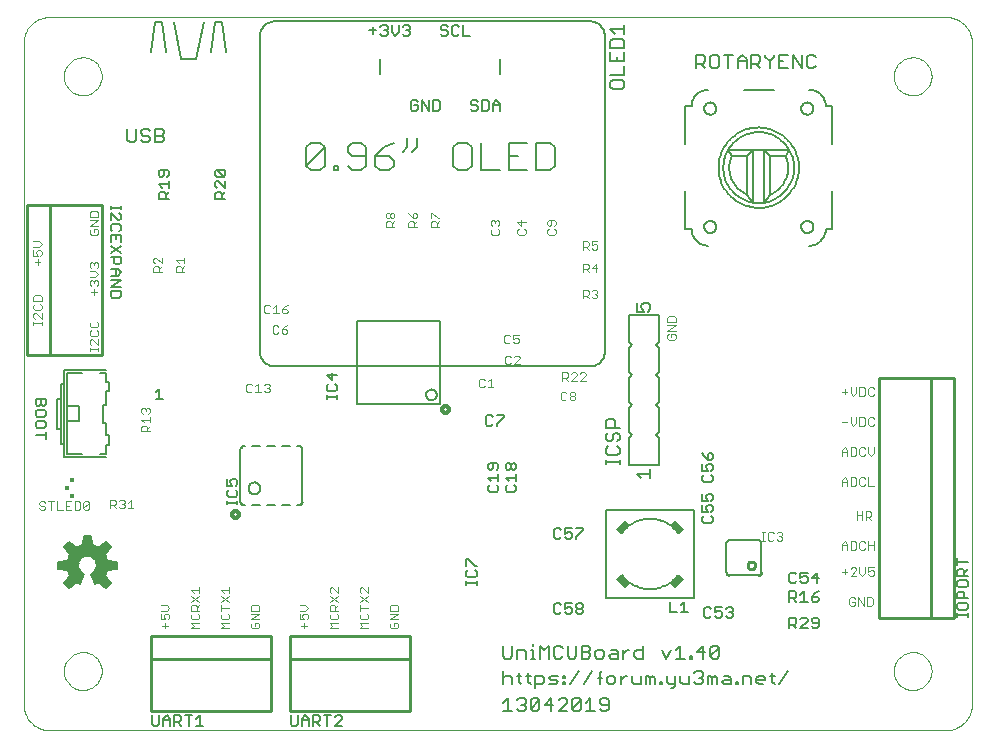
<source format=gto>
G75*
G70*
%OFA0B0*%
%FSLAX24Y24*%
%IPPOS*%
%LPD*%
%AMOC8*
5,1,8,0,0,1.08239X$1,22.5*
%
%ADD10C,0.0070*%
%ADD11C,0.0040*%
%ADD12C,0.0120*%
%ADD13C,0.0050*%
%ADD14C,0.0000*%
%ADD15C,0.0060*%
%ADD16R,0.0167X0.0128*%
%ADD17R,0.0138X0.0138*%
%ADD18C,0.0100*%
%ADD19C,0.0010*%
%ADD20C,0.0030*%
%ADD21C,0.0080*%
%ADD22R,0.0433X0.0226*%
%ADD23C,0.0059*%
D10*
X018395Y008295D02*
X018682Y008295D01*
X018538Y008295D02*
X018538Y008725D01*
X018395Y008582D01*
X018855Y008654D02*
X018927Y008725D01*
X019071Y008725D01*
X019142Y008654D01*
X019142Y008582D01*
X019071Y008510D01*
X019142Y008438D01*
X019142Y008367D01*
X019071Y008295D01*
X018927Y008295D01*
X018855Y008367D01*
X018999Y008510D02*
X019071Y008510D01*
X019316Y008367D02*
X019603Y008654D01*
X019603Y008367D01*
X019531Y008295D01*
X019388Y008295D01*
X019316Y008367D01*
X019316Y008654D01*
X019388Y008725D01*
X019531Y008725D01*
X019603Y008654D01*
X019776Y008510D02*
X020063Y008510D01*
X020237Y008654D02*
X020308Y008725D01*
X020452Y008725D01*
X020523Y008654D01*
X020523Y008582D01*
X020237Y008295D01*
X020523Y008295D01*
X020697Y008367D02*
X020984Y008654D01*
X020984Y008367D01*
X020912Y008295D01*
X020769Y008295D01*
X020697Y008367D01*
X020697Y008654D01*
X020769Y008725D01*
X020912Y008725D01*
X020984Y008654D01*
X021157Y008582D02*
X021301Y008725D01*
X021301Y008295D01*
X021444Y008295D02*
X021157Y008295D01*
X021618Y008367D02*
X021689Y008295D01*
X021833Y008295D01*
X021905Y008367D01*
X021905Y008654D01*
X021833Y008725D01*
X021689Y008725D01*
X021618Y008654D01*
X021618Y008582D01*
X021689Y008510D01*
X021905Y008510D01*
X021920Y009195D02*
X021848Y009267D01*
X021848Y009410D01*
X021920Y009482D01*
X022063Y009482D01*
X022135Y009410D01*
X022135Y009267D01*
X022063Y009195D01*
X021920Y009195D01*
X021613Y009195D02*
X021613Y009554D01*
X021684Y009625D01*
X021684Y009410D02*
X021541Y009410D01*
X021368Y009625D02*
X021081Y009195D01*
X020620Y009195D02*
X020907Y009625D01*
X021004Y010045D02*
X021219Y010045D01*
X021291Y010117D01*
X021291Y010188D01*
X021219Y010260D01*
X021004Y010260D01*
X021004Y010045D02*
X021004Y010475D01*
X021219Y010475D01*
X021291Y010404D01*
X021291Y010332D01*
X021219Y010260D01*
X021464Y010260D02*
X021464Y010117D01*
X021536Y010045D01*
X021679Y010045D01*
X021751Y010117D01*
X021751Y010260D01*
X021679Y010332D01*
X021536Y010332D01*
X021464Y010260D01*
X020830Y010117D02*
X020830Y010475D01*
X020543Y010475D02*
X020543Y010117D01*
X020615Y010045D01*
X020759Y010045D01*
X020830Y010117D01*
X020370Y010117D02*
X020298Y010045D01*
X020155Y010045D01*
X020083Y010117D01*
X020083Y010404D01*
X020155Y010475D01*
X020298Y010475D01*
X020370Y010404D01*
X019910Y010475D02*
X019910Y010045D01*
X019623Y010045D02*
X019623Y010475D01*
X019766Y010332D01*
X019910Y010475D01*
X019388Y010475D02*
X019388Y010547D01*
X019388Y010332D02*
X019388Y010045D01*
X019459Y010045D02*
X019316Y010045D01*
X019142Y010045D02*
X019142Y010260D01*
X019071Y010332D01*
X018855Y010332D01*
X018855Y010045D01*
X018682Y010117D02*
X018682Y010475D01*
X018395Y010475D02*
X018395Y010117D01*
X018467Y010045D01*
X018610Y010045D01*
X018682Y010117D01*
X018395Y009625D02*
X018395Y009195D01*
X018395Y009410D02*
X018467Y009482D01*
X018610Y009482D01*
X018682Y009410D01*
X018682Y009195D01*
X018927Y009267D02*
X018927Y009554D01*
X018855Y009482D02*
X018999Y009482D01*
X019162Y009482D02*
X019306Y009482D01*
X019234Y009554D02*
X019234Y009267D01*
X019306Y009195D01*
X019469Y009195D02*
X019684Y009195D01*
X019756Y009267D01*
X019756Y009410D01*
X019684Y009482D01*
X019469Y009482D01*
X019469Y009052D01*
X019930Y009195D02*
X020145Y009195D01*
X020217Y009267D01*
X020145Y009338D01*
X020001Y009338D01*
X019930Y009410D01*
X020001Y009482D01*
X020217Y009482D01*
X020390Y009482D02*
X020390Y009410D01*
X020462Y009410D01*
X020462Y009482D01*
X020390Y009482D01*
X020390Y009267D02*
X020390Y009195D01*
X020462Y009195D01*
X020462Y009267D01*
X020390Y009267D01*
X019991Y008725D02*
X019776Y008510D01*
X019991Y008295D02*
X019991Y008725D01*
X018999Y009195D02*
X018927Y009267D01*
X019316Y010332D02*
X019388Y010332D01*
X021925Y010117D02*
X021996Y010188D01*
X022212Y010188D01*
X022212Y010260D02*
X022212Y010045D01*
X021996Y010045D01*
X021925Y010117D01*
X021996Y010332D02*
X022140Y010332D01*
X022212Y010260D01*
X022385Y010188D02*
X022529Y010332D01*
X022600Y010332D01*
X022769Y010260D02*
X022840Y010332D01*
X023056Y010332D01*
X023056Y010475D02*
X023056Y010045D01*
X022840Y010045D01*
X022769Y010117D01*
X022769Y010260D01*
X022385Y010332D02*
X022385Y010045D01*
X022452Y009482D02*
X022308Y009338D01*
X022308Y009195D02*
X022308Y009482D01*
X022452Y009482D02*
X022524Y009482D01*
X022692Y009482D02*
X022692Y009267D01*
X022764Y009195D01*
X022979Y009195D01*
X022979Y009482D01*
X023152Y009482D02*
X023224Y009482D01*
X023296Y009410D01*
X023368Y009482D01*
X023439Y009410D01*
X023439Y009195D01*
X023296Y009195D02*
X023296Y009410D01*
X023152Y009482D02*
X023152Y009195D01*
X023613Y009195D02*
X023685Y009195D01*
X023685Y009267D01*
X023613Y009267D01*
X023613Y009195D01*
X023843Y009267D02*
X023915Y009195D01*
X024130Y009195D01*
X024130Y009123D02*
X024058Y009052D01*
X023986Y009052D01*
X024130Y009123D02*
X024130Y009482D01*
X024303Y009482D02*
X024303Y009267D01*
X024375Y009195D01*
X024590Y009195D01*
X024590Y009482D01*
X024764Y009554D02*
X024835Y009625D01*
X024979Y009625D01*
X025051Y009554D01*
X025051Y009482D01*
X024979Y009410D01*
X025051Y009338D01*
X025051Y009267D01*
X024979Y009195D01*
X024835Y009195D01*
X024764Y009267D01*
X024907Y009410D02*
X024979Y009410D01*
X025224Y009482D02*
X025296Y009482D01*
X025368Y009410D01*
X025439Y009482D01*
X025511Y009410D01*
X025511Y009195D01*
X025368Y009195D02*
X025368Y009410D01*
X025224Y009482D02*
X025224Y009195D01*
X025685Y009267D02*
X025756Y009338D01*
X025971Y009338D01*
X025971Y009410D02*
X025971Y009195D01*
X025756Y009195D01*
X025685Y009267D01*
X025756Y009482D02*
X025900Y009482D01*
X025971Y009410D01*
X026145Y009267D02*
X026217Y009267D01*
X026217Y009195D01*
X026145Y009195D01*
X026145Y009267D01*
X026375Y009195D02*
X026375Y009482D01*
X026590Y009482D01*
X026662Y009410D01*
X026662Y009195D01*
X026836Y009267D02*
X026836Y009410D01*
X026907Y009482D01*
X027051Y009482D01*
X027122Y009410D01*
X027122Y009338D01*
X026836Y009338D01*
X026836Y009267D02*
X026907Y009195D01*
X027051Y009195D01*
X027368Y009267D02*
X027368Y009554D01*
X027296Y009482D02*
X027439Y009482D01*
X027368Y009267D02*
X027439Y009195D01*
X027603Y009195D02*
X027890Y009625D01*
X025588Y010117D02*
X025516Y010045D01*
X025373Y010045D01*
X025301Y010117D01*
X025588Y010404D01*
X025588Y010117D01*
X025588Y010404D02*
X025516Y010475D01*
X025373Y010475D01*
X025301Y010404D01*
X025301Y010117D01*
X025127Y010260D02*
X024840Y010260D01*
X025056Y010475D01*
X025056Y010045D01*
X024682Y010045D02*
X024610Y010045D01*
X024610Y010117D01*
X024682Y010117D01*
X024682Y010045D01*
X024437Y010045D02*
X024150Y010045D01*
X024293Y010045D02*
X024293Y010475D01*
X024150Y010332D01*
X023976Y010332D02*
X023833Y010045D01*
X023690Y010332D01*
X023843Y009482D02*
X023843Y009267D01*
D11*
X029680Y012945D02*
X029867Y012945D01*
X029773Y013039D02*
X029773Y012852D01*
X029975Y012805D02*
X030161Y012992D01*
X030161Y013039D01*
X030115Y013085D01*
X030021Y013085D01*
X029975Y013039D01*
X029975Y012805D02*
X030161Y012805D01*
X030269Y012898D02*
X030363Y012805D01*
X030456Y012898D01*
X030456Y013085D01*
X030564Y013085D02*
X030564Y012945D01*
X030657Y012992D01*
X030704Y012992D01*
X030751Y012945D01*
X030751Y012852D01*
X030704Y012805D01*
X030611Y012805D01*
X030564Y012852D01*
X030564Y013085D02*
X030751Y013085D01*
X030269Y013085D02*
X030269Y012898D01*
X030316Y013680D02*
X030409Y013680D01*
X030456Y013727D01*
X030564Y013680D02*
X030564Y013960D01*
X030456Y013914D02*
X030409Y013960D01*
X030316Y013960D01*
X030269Y013914D01*
X030269Y013727D01*
X030316Y013680D01*
X030161Y013727D02*
X030161Y013914D01*
X030115Y013960D01*
X029975Y013960D01*
X029975Y013680D01*
X030115Y013680D01*
X030161Y013727D01*
X029867Y013680D02*
X029867Y013867D01*
X029773Y013960D01*
X029680Y013867D01*
X029680Y013680D01*
X029680Y013820D02*
X029867Y013820D01*
X030564Y013820D02*
X030751Y013820D01*
X030751Y013960D02*
X030751Y013680D01*
X030661Y014680D02*
X030568Y014773D01*
X030615Y014773D02*
X030475Y014773D01*
X030475Y014680D02*
X030475Y014960D01*
X030615Y014960D01*
X030661Y014914D01*
X030661Y014820D01*
X030615Y014773D01*
X030367Y014820D02*
X030180Y014820D01*
X030180Y014680D02*
X030180Y014960D01*
X030367Y014960D02*
X030367Y014680D01*
X030409Y015805D02*
X030456Y015852D01*
X030409Y015805D02*
X030316Y015805D01*
X030269Y015852D01*
X030269Y016039D01*
X030316Y016085D01*
X030409Y016085D01*
X030456Y016039D01*
X030564Y016085D02*
X030564Y015805D01*
X030751Y015805D01*
X030161Y015852D02*
X030115Y015805D01*
X029975Y015805D01*
X029975Y016085D01*
X030115Y016085D01*
X030161Y016039D01*
X030161Y015852D01*
X029867Y015805D02*
X029867Y015992D01*
X029773Y016085D01*
X029680Y015992D01*
X029680Y015805D01*
X029680Y015945D02*
X029867Y015945D01*
X029867Y016805D02*
X029867Y016992D01*
X029773Y017085D01*
X029680Y016992D01*
X029680Y016805D01*
X029680Y016945D02*
X029867Y016945D01*
X029975Y016805D02*
X030115Y016805D01*
X030161Y016852D01*
X030161Y017039D01*
X030115Y017085D01*
X029975Y017085D01*
X029975Y016805D01*
X030269Y016852D02*
X030316Y016805D01*
X030409Y016805D01*
X030456Y016852D01*
X030564Y016898D02*
X030657Y016805D01*
X030751Y016898D01*
X030751Y017085D01*
X030564Y017085D02*
X030564Y016898D01*
X030456Y017039D02*
X030409Y017085D01*
X030316Y017085D01*
X030269Y017039D01*
X030269Y016852D01*
X030269Y017805D02*
X030409Y017805D01*
X030456Y017852D01*
X030456Y018039D01*
X030409Y018085D01*
X030269Y018085D01*
X030269Y017805D01*
X030161Y017898D02*
X030161Y018085D01*
X029975Y018085D02*
X029975Y017898D01*
X030068Y017805D01*
X030161Y017898D01*
X029867Y017945D02*
X029680Y017945D01*
X030564Y017852D02*
X030611Y017805D01*
X030704Y017805D01*
X030751Y017852D01*
X030751Y018039D02*
X030704Y018085D01*
X030611Y018085D01*
X030564Y018039D01*
X030564Y017852D01*
X030611Y018805D02*
X030704Y018805D01*
X030751Y018852D01*
X030611Y018805D02*
X030564Y018852D01*
X030564Y019039D01*
X030611Y019085D01*
X030704Y019085D01*
X030751Y019039D01*
X030456Y019039D02*
X030456Y018852D01*
X030409Y018805D01*
X030269Y018805D01*
X030269Y019085D01*
X030409Y019085D01*
X030456Y019039D01*
X030161Y019085D02*
X030161Y018898D01*
X030068Y018805D01*
X029975Y018898D01*
X029975Y019085D01*
X029867Y018945D02*
X029680Y018945D01*
X029773Y018852D02*
X029773Y019039D01*
X024140Y020727D02*
X024140Y020820D01*
X024093Y020867D01*
X024000Y020867D01*
X024000Y020773D01*
X024093Y020680D02*
X024140Y020727D01*
X024093Y020680D02*
X023906Y020680D01*
X023860Y020727D01*
X023860Y020820D01*
X023906Y020867D01*
X023860Y020975D02*
X024140Y021161D01*
X023860Y021161D01*
X023860Y021269D02*
X023860Y021409D01*
X023906Y021456D01*
X024093Y021456D01*
X024140Y021409D01*
X024140Y021269D01*
X023860Y021269D01*
X023860Y020975D02*
X024140Y020975D01*
X021536Y022102D02*
X021490Y022055D01*
X021396Y022055D01*
X021350Y022102D01*
X021242Y022055D02*
X021148Y022148D01*
X021195Y022148D02*
X021055Y022148D01*
X021055Y022055D02*
X021055Y022335D01*
X021195Y022335D01*
X021242Y022289D01*
X021242Y022195D01*
X021195Y022148D01*
X021350Y022289D02*
X021396Y022335D01*
X021490Y022335D01*
X021536Y022289D01*
X021536Y022242D01*
X021490Y022195D01*
X021536Y022148D01*
X021536Y022102D01*
X021490Y022195D02*
X021443Y022195D01*
X021490Y022930D02*
X021490Y023210D01*
X021350Y023070D01*
X021536Y023070D01*
X021242Y023070D02*
X021195Y023023D01*
X021055Y023023D01*
X021055Y022930D02*
X021055Y023210D01*
X021195Y023210D01*
X021242Y023164D01*
X021242Y023070D01*
X021148Y023023D02*
X021242Y022930D01*
X021242Y023680D02*
X021148Y023773D01*
X021195Y023773D02*
X021055Y023773D01*
X021055Y023680D02*
X021055Y023960D01*
X021195Y023960D01*
X021242Y023914D01*
X021242Y023820D01*
X021195Y023773D01*
X021350Y023727D02*
X021396Y023680D01*
X021490Y023680D01*
X021536Y023727D01*
X021536Y023820D01*
X021490Y023867D01*
X021443Y023867D01*
X021350Y023820D01*
X021350Y023960D01*
X021536Y023960D01*
X020140Y024227D02*
X020140Y024320D01*
X020093Y024367D01*
X020093Y024475D02*
X020140Y024521D01*
X020140Y024615D01*
X020093Y024661D01*
X019906Y024661D01*
X019860Y024615D01*
X019860Y024521D01*
X019906Y024475D01*
X019953Y024475D01*
X020000Y024521D01*
X020000Y024661D01*
X019906Y024367D02*
X019860Y024320D01*
X019860Y024227D01*
X019906Y024180D01*
X020093Y024180D01*
X020140Y024227D01*
X019140Y024227D02*
X019140Y024320D01*
X019093Y024367D01*
X019000Y024475D02*
X019000Y024661D01*
X019140Y024615D02*
X018860Y024615D01*
X019000Y024475D01*
X018906Y024367D02*
X018860Y024320D01*
X018860Y024227D01*
X018906Y024180D01*
X019093Y024180D01*
X019140Y024227D01*
X018265Y024227D02*
X018265Y024320D01*
X018218Y024367D01*
X018218Y024475D02*
X018265Y024521D01*
X018265Y024615D01*
X018218Y024661D01*
X018172Y024661D01*
X018125Y024615D01*
X018125Y024568D01*
X018125Y024615D02*
X018078Y024661D01*
X018031Y024661D01*
X017985Y024615D01*
X017985Y024521D01*
X018031Y024475D01*
X018031Y024367D02*
X017985Y024320D01*
X017985Y024227D01*
X018031Y024180D01*
X018218Y024180D01*
X018265Y024227D01*
X016265Y024430D02*
X015985Y024430D01*
X015985Y024570D01*
X016031Y024617D01*
X016125Y024617D01*
X016172Y024570D01*
X016172Y024430D01*
X016172Y024523D02*
X016265Y024617D01*
X016265Y024725D02*
X016218Y024725D01*
X016031Y024911D01*
X015985Y024911D01*
X015985Y024725D01*
X015515Y024771D02*
X015515Y024865D01*
X015468Y024911D01*
X015422Y024911D01*
X015375Y024865D01*
X015375Y024725D01*
X015468Y024725D01*
X015515Y024771D01*
X015375Y024725D02*
X015281Y024818D01*
X015235Y024911D01*
X015281Y024617D02*
X015375Y024617D01*
X015422Y024570D01*
X015422Y024430D01*
X015515Y024430D02*
X015235Y024430D01*
X015235Y024570D01*
X015281Y024617D01*
X015422Y024523D02*
X015515Y024617D01*
X014765Y024617D02*
X014672Y024523D01*
X014672Y024570D02*
X014672Y024430D01*
X014765Y024430D02*
X014485Y024430D01*
X014485Y024570D01*
X014531Y024617D01*
X014625Y024617D01*
X014672Y024570D01*
X014672Y024725D02*
X014625Y024771D01*
X014625Y024865D01*
X014672Y024911D01*
X014718Y024911D01*
X014765Y024865D01*
X014765Y024771D01*
X014718Y024725D01*
X014672Y024725D01*
X014625Y024771D02*
X014578Y024725D01*
X014531Y024725D01*
X014485Y024771D01*
X014485Y024865D01*
X014531Y024911D01*
X014578Y024911D01*
X014625Y024865D01*
X011206Y021835D02*
X011113Y021789D01*
X011019Y021695D01*
X011159Y021695D01*
X011206Y021648D01*
X011206Y021602D01*
X011159Y021555D01*
X011066Y021555D01*
X011019Y021602D01*
X011019Y021695D01*
X010911Y021555D02*
X010725Y021555D01*
X010818Y021555D02*
X010818Y021835D01*
X010725Y021742D01*
X010617Y021789D02*
X010570Y021835D01*
X010477Y021835D01*
X010430Y021789D01*
X010430Y021602D01*
X010477Y021555D01*
X010570Y021555D01*
X010617Y021602D01*
X010761Y021158D02*
X010714Y021111D01*
X010714Y020924D01*
X010761Y020878D01*
X010855Y020878D01*
X010901Y020924D01*
X011009Y020924D02*
X011056Y020878D01*
X011149Y020878D01*
X011196Y020924D01*
X011196Y020971D01*
X011149Y021018D01*
X011009Y021018D01*
X011009Y020924D01*
X011009Y021018D02*
X011103Y021111D01*
X011196Y021158D01*
X010901Y021111D02*
X010855Y021158D01*
X010761Y021158D01*
X010566Y019210D02*
X010472Y019210D01*
X010426Y019164D01*
X010519Y019070D02*
X010566Y019070D01*
X010612Y019023D01*
X010612Y018977D01*
X010566Y018930D01*
X010472Y018930D01*
X010426Y018977D01*
X010318Y018930D02*
X010131Y018930D01*
X010224Y018930D02*
X010224Y019210D01*
X010131Y019117D01*
X010023Y019164D02*
X009976Y019210D01*
X009883Y019210D01*
X009836Y019164D01*
X009836Y018977D01*
X009883Y018930D01*
X009976Y018930D01*
X010023Y018977D01*
X010566Y019070D02*
X010612Y019117D01*
X010612Y019164D01*
X010566Y019210D01*
X007765Y022930D02*
X007485Y022930D01*
X007485Y023070D01*
X007531Y023117D01*
X007625Y023117D01*
X007672Y023070D01*
X007672Y022930D01*
X007672Y023023D02*
X007765Y023117D01*
X007765Y023225D02*
X007765Y023411D01*
X007765Y023318D02*
X007485Y023318D01*
X007578Y023225D01*
X007015Y023225D02*
X006828Y023411D01*
X006781Y023411D01*
X006735Y023365D01*
X006735Y023271D01*
X006781Y023225D01*
X006781Y023117D02*
X006875Y023117D01*
X006922Y023070D01*
X006922Y022930D01*
X007015Y022930D02*
X006735Y022930D01*
X006735Y023070D01*
X006781Y023117D01*
X006922Y023023D02*
X007015Y023117D01*
X007015Y023225D02*
X007015Y023411D01*
X004890Y023204D02*
X004890Y023111D01*
X004843Y023064D01*
X004797Y022956D02*
X004610Y022956D01*
X004656Y023064D02*
X004610Y023111D01*
X004610Y023204D01*
X004656Y023251D01*
X004703Y023251D01*
X004750Y023204D01*
X004797Y023251D01*
X004843Y023251D01*
X004890Y023204D01*
X004750Y023204D02*
X004750Y023157D01*
X004797Y022956D02*
X004890Y022863D01*
X004797Y022769D01*
X004610Y022769D01*
X004656Y022661D02*
X004703Y022661D01*
X004750Y022615D01*
X004797Y022661D01*
X004843Y022661D01*
X004890Y022615D01*
X004890Y022521D01*
X004843Y022475D01*
X004750Y022568D02*
X004750Y022615D01*
X004656Y022661D02*
X004610Y022615D01*
X004610Y022521D01*
X004656Y022475D01*
X004750Y022367D02*
X004750Y022180D01*
X004843Y022273D02*
X004656Y022273D01*
X004656Y021278D02*
X004610Y021231D01*
X004610Y021137D01*
X004656Y021091D01*
X004843Y021091D01*
X004890Y021137D01*
X004890Y021231D01*
X004843Y021278D01*
X004843Y020983D02*
X004890Y020936D01*
X004890Y020843D01*
X004843Y020796D01*
X004656Y020796D01*
X004610Y020843D01*
X004610Y020936D01*
X004656Y020983D01*
X004656Y020688D02*
X004610Y020642D01*
X004610Y020548D01*
X004656Y020501D01*
X004610Y020398D02*
X004610Y020305D01*
X004610Y020352D02*
X004890Y020352D01*
X004890Y020398D02*
X004890Y020305D01*
X004890Y020501D02*
X004703Y020688D01*
X004656Y020688D01*
X004890Y020688D02*
X004890Y020501D01*
X003015Y021180D02*
X003015Y021273D01*
X003015Y021227D02*
X002735Y021227D01*
X002735Y021273D02*
X002735Y021180D01*
X002781Y021376D02*
X002735Y021423D01*
X002735Y021517D01*
X002781Y021563D01*
X002828Y021563D01*
X003015Y021376D01*
X003015Y021563D01*
X002968Y021671D02*
X003015Y021718D01*
X003015Y021811D01*
X002968Y021858D01*
X003015Y021966D02*
X003015Y022106D01*
X002968Y022153D01*
X002781Y022153D01*
X002735Y022106D01*
X002735Y021966D01*
X003015Y021966D01*
X002781Y021858D02*
X002735Y021811D01*
X002735Y021718D01*
X002781Y021671D01*
X002968Y021671D01*
X002875Y023180D02*
X002875Y023367D01*
X002875Y023475D02*
X002828Y023568D01*
X002828Y023615D01*
X002875Y023661D01*
X002968Y023661D01*
X003015Y023615D01*
X003015Y023521D01*
X002968Y023475D01*
X002875Y023475D02*
X002735Y023475D01*
X002735Y023661D01*
X002735Y023769D02*
X002922Y023769D01*
X003015Y023863D01*
X002922Y023956D01*
X002735Y023956D01*
X002781Y023273D02*
X002968Y023273D01*
X004610Y024227D02*
X004656Y024180D01*
X004843Y024180D01*
X004890Y024227D01*
X004890Y024320D01*
X004843Y024367D01*
X004750Y024367D01*
X004750Y024273D01*
X004656Y024367D02*
X004610Y024320D01*
X004610Y024227D01*
X004610Y024475D02*
X004890Y024661D01*
X004610Y024661D01*
X004610Y024769D02*
X004610Y024909D01*
X004656Y024956D01*
X004843Y024956D01*
X004890Y024909D01*
X004890Y024769D01*
X004610Y024769D01*
X004610Y024475D02*
X004890Y024475D01*
X006376Y018397D02*
X006423Y018397D01*
X006470Y018350D01*
X006517Y018397D01*
X006563Y018397D01*
X006610Y018350D01*
X006610Y018257D01*
X006563Y018210D01*
X006610Y018103D02*
X006610Y017916D01*
X006610Y018009D02*
X006330Y018009D01*
X006423Y017916D01*
X006376Y017808D02*
X006470Y017808D01*
X006517Y017761D01*
X006517Y017621D01*
X006610Y017621D02*
X006330Y017621D01*
X006330Y017761D01*
X006376Y017808D01*
X006517Y017714D02*
X006610Y017808D01*
X006376Y018210D02*
X006330Y018257D01*
X006330Y018350D01*
X006376Y018397D01*
X006470Y018350D02*
X006470Y018304D01*
X005975Y015341D02*
X005975Y015061D01*
X005882Y015061D02*
X006069Y015061D01*
X005882Y015248D02*
X005975Y015341D01*
X005774Y015295D02*
X005774Y015248D01*
X005727Y015201D01*
X005774Y015155D01*
X005774Y015108D01*
X005727Y015061D01*
X005634Y015061D01*
X005587Y015108D01*
X005479Y015061D02*
X005386Y015155D01*
X005433Y015155D02*
X005293Y015155D01*
X005293Y015061D02*
X005293Y015341D01*
X005433Y015341D01*
X005479Y015295D01*
X005479Y015201D01*
X005433Y015155D01*
X005587Y015295D02*
X005634Y015341D01*
X005727Y015341D01*
X005774Y015295D01*
X005727Y015201D02*
X005681Y015201D01*
X004590Y015239D02*
X004403Y015052D01*
X004450Y015005D01*
X004543Y015005D01*
X004590Y015052D01*
X004590Y015239D01*
X004543Y015285D01*
X004450Y015285D01*
X004403Y015239D01*
X004403Y015052D01*
X004295Y015052D02*
X004295Y015239D01*
X004249Y015285D01*
X004109Y015285D01*
X004109Y015005D01*
X004249Y015005D01*
X004295Y015052D01*
X004001Y015005D02*
X003814Y015005D01*
X003814Y015285D01*
X004001Y015285D01*
X003907Y015145D02*
X003814Y015145D01*
X003706Y015005D02*
X003519Y015005D01*
X003519Y015285D01*
X003411Y015285D02*
X003225Y015285D01*
X003318Y015285D02*
X003318Y015005D01*
X003117Y015052D02*
X003070Y015005D01*
X002977Y015005D01*
X002930Y015052D01*
X002977Y015145D02*
X003070Y015145D01*
X003117Y015098D01*
X003117Y015052D01*
X002977Y015145D02*
X002930Y015192D01*
X002930Y015239D01*
X002977Y015285D01*
X003070Y015285D01*
X003117Y015239D01*
X006985Y011831D02*
X007172Y011831D01*
X007265Y011738D01*
X007172Y011644D01*
X006985Y011644D01*
X006985Y011536D02*
X006985Y011350D01*
X007125Y011350D01*
X007078Y011443D01*
X007078Y011490D01*
X007125Y011536D01*
X007218Y011536D01*
X007265Y011490D01*
X007265Y011396D01*
X007218Y011350D01*
X007125Y011242D02*
X007125Y011055D01*
X007218Y011148D02*
X007031Y011148D01*
X007985Y011055D02*
X008078Y011148D01*
X007985Y011242D01*
X008265Y011242D01*
X008218Y011350D02*
X008265Y011396D01*
X008265Y011490D01*
X008218Y011536D01*
X008172Y011644D02*
X008172Y011784D01*
X008125Y011831D01*
X008031Y011831D01*
X007985Y011784D01*
X007985Y011644D01*
X008265Y011644D01*
X008172Y011738D02*
X008265Y011831D01*
X008265Y011939D02*
X007985Y012126D01*
X008078Y012234D02*
X007985Y012327D01*
X008265Y012327D01*
X008265Y012234D02*
X008265Y012420D01*
X008265Y012126D02*
X007985Y011939D01*
X008031Y011536D02*
X007985Y011490D01*
X007985Y011396D01*
X008031Y011350D01*
X008218Y011350D01*
X008265Y011055D02*
X007985Y011055D01*
X008985Y011055D02*
X009078Y011148D01*
X008985Y011242D01*
X009265Y011242D01*
X009218Y011350D02*
X009031Y011350D01*
X008985Y011396D01*
X008985Y011490D01*
X009031Y011536D01*
X008985Y011644D02*
X008985Y011831D01*
X008985Y011738D02*
X009265Y011738D01*
X009265Y011939D02*
X008985Y012126D01*
X009078Y012234D02*
X008985Y012327D01*
X009265Y012327D01*
X009265Y012234D02*
X009265Y012420D01*
X009265Y012126D02*
X008985Y011939D01*
X009218Y011536D02*
X009265Y011490D01*
X009265Y011396D01*
X009218Y011350D01*
X009265Y011055D02*
X008985Y011055D01*
X009985Y011102D02*
X010031Y011055D01*
X010218Y011055D01*
X010265Y011102D01*
X010265Y011195D01*
X010218Y011242D01*
X010125Y011242D01*
X010125Y011148D01*
X010031Y011242D02*
X009985Y011195D01*
X009985Y011102D01*
X009985Y011350D02*
X010265Y011536D01*
X009985Y011536D01*
X009985Y011644D02*
X009985Y011784D01*
X010031Y011831D01*
X010218Y011831D01*
X010265Y011784D01*
X010265Y011644D01*
X009985Y011644D01*
X009985Y011350D02*
X010265Y011350D01*
X011610Y011350D02*
X011750Y011350D01*
X011703Y011443D01*
X011703Y011490D01*
X011750Y011536D01*
X011843Y011536D01*
X011890Y011490D01*
X011890Y011396D01*
X011843Y011350D01*
X011750Y011242D02*
X011750Y011055D01*
X011843Y011148D02*
X011656Y011148D01*
X011610Y011350D02*
X011610Y011536D01*
X011610Y011644D02*
X011797Y011644D01*
X011890Y011738D01*
X011797Y011831D01*
X011610Y011831D01*
X012610Y011784D02*
X012610Y011644D01*
X012890Y011644D01*
X012797Y011644D02*
X012797Y011784D01*
X012750Y011831D01*
X012656Y011831D01*
X012610Y011784D01*
X012610Y011939D02*
X012890Y012126D01*
X012890Y012234D02*
X012703Y012420D01*
X012656Y012420D01*
X012610Y012374D01*
X012610Y012280D01*
X012656Y012234D01*
X012610Y012126D02*
X012890Y011939D01*
X012890Y011831D02*
X012797Y011738D01*
X012843Y011536D02*
X012890Y011490D01*
X012890Y011396D01*
X012843Y011350D01*
X012656Y011350D01*
X012610Y011396D01*
X012610Y011490D01*
X012656Y011536D01*
X012610Y011242D02*
X012890Y011242D01*
X012890Y011055D02*
X012610Y011055D01*
X012703Y011148D01*
X012610Y011242D01*
X013610Y011242D02*
X013890Y011242D01*
X013843Y011350D02*
X013890Y011396D01*
X013890Y011490D01*
X013843Y011536D01*
X013843Y011350D02*
X013656Y011350D01*
X013610Y011396D01*
X013610Y011490D01*
X013656Y011536D01*
X013610Y011644D02*
X013610Y011831D01*
X013610Y011738D02*
X013890Y011738D01*
X013890Y011939D02*
X013610Y012126D01*
X013656Y012234D02*
X013610Y012280D01*
X013610Y012374D01*
X013656Y012420D01*
X013703Y012420D01*
X013890Y012234D01*
X013890Y012420D01*
X013890Y012126D02*
X013610Y011939D01*
X013610Y011242D02*
X013703Y011148D01*
X013610Y011055D01*
X013890Y011055D01*
X014610Y011102D02*
X014656Y011055D01*
X014843Y011055D01*
X014890Y011102D01*
X014890Y011195D01*
X014843Y011242D01*
X014750Y011242D01*
X014750Y011148D01*
X014656Y011242D02*
X014610Y011195D01*
X014610Y011102D01*
X014610Y011350D02*
X014890Y011536D01*
X014610Y011536D01*
X014610Y011644D02*
X014610Y011784D01*
X014656Y011831D01*
X014843Y011831D01*
X014890Y011784D01*
X014890Y011644D01*
X014610Y011644D01*
X014610Y011350D02*
X014890Y011350D01*
X012890Y012234D02*
X012890Y012420D01*
X017633Y019096D02*
X017726Y019096D01*
X017773Y019143D01*
X017881Y019096D02*
X018068Y019096D01*
X017974Y019096D02*
X017974Y019376D01*
X017881Y019283D01*
X017773Y019329D02*
X017726Y019376D01*
X017633Y019376D01*
X017586Y019329D01*
X017586Y019143D01*
X017633Y019096D01*
X018461Y019914D02*
X018508Y019868D01*
X018601Y019868D01*
X018648Y019914D01*
X018756Y019868D02*
X018943Y020054D01*
X018943Y020101D01*
X018896Y020148D01*
X018803Y020148D01*
X018756Y020101D01*
X018648Y020101D02*
X018601Y020148D01*
X018508Y020148D01*
X018461Y020101D01*
X018461Y019914D01*
X018756Y019868D02*
X018943Y019868D01*
X018865Y020555D02*
X018771Y020555D01*
X018725Y020602D01*
X018725Y020695D02*
X018818Y020742D01*
X018865Y020742D01*
X018911Y020695D01*
X018911Y020602D01*
X018865Y020555D01*
X018725Y020695D02*
X018725Y020835D01*
X018911Y020835D01*
X018617Y020789D02*
X018570Y020835D01*
X018477Y020835D01*
X018430Y020789D01*
X018430Y020602D01*
X018477Y020555D01*
X018570Y020555D01*
X018617Y020602D01*
X020364Y019592D02*
X020364Y019312D01*
X020364Y019405D02*
X020504Y019405D01*
X020550Y019452D01*
X020550Y019546D01*
X020504Y019592D01*
X020364Y019592D01*
X020457Y019405D02*
X020550Y019312D01*
X020658Y019312D02*
X020845Y019499D01*
X020845Y019546D01*
X020798Y019592D01*
X020705Y019592D01*
X020658Y019546D01*
X020658Y019312D02*
X020845Y019312D01*
X020953Y019312D02*
X021140Y019499D01*
X021140Y019546D01*
X021093Y019592D01*
X021000Y019592D01*
X020953Y019546D01*
X020953Y019312D02*
X021140Y019312D01*
X020749Y018938D02*
X020796Y018891D01*
X020796Y018845D01*
X020749Y018798D01*
X020656Y018798D01*
X020609Y018845D01*
X020609Y018891D01*
X020656Y018938D01*
X020749Y018938D01*
X020749Y018798D02*
X020796Y018751D01*
X020796Y018705D01*
X020749Y018658D01*
X020656Y018658D01*
X020609Y018705D01*
X020609Y018751D01*
X020656Y018798D01*
X020501Y018891D02*
X020454Y018938D01*
X020361Y018938D01*
X020314Y018891D01*
X020314Y018705D01*
X020361Y018658D01*
X020454Y018658D01*
X020501Y018705D01*
X029930Y012039D02*
X029930Y011852D01*
X029977Y011805D01*
X030070Y011805D01*
X030117Y011852D01*
X030117Y011945D01*
X030023Y011945D01*
X029930Y012039D02*
X029977Y012085D01*
X030070Y012085D01*
X030117Y012039D01*
X030225Y012085D02*
X030411Y011805D01*
X030411Y012085D01*
X030519Y012085D02*
X030659Y012085D01*
X030706Y012039D01*
X030706Y011852D01*
X030659Y011805D01*
X030519Y011805D01*
X030519Y012085D01*
X030225Y012085D02*
X030225Y011805D01*
D12*
X016360Y018348D02*
X016362Y018369D01*
X016368Y018389D01*
X016377Y018407D01*
X016389Y018424D01*
X016405Y018438D01*
X016423Y018449D01*
X016442Y018457D01*
X016463Y018461D01*
X016483Y018461D01*
X016504Y018457D01*
X016523Y018449D01*
X016541Y018438D01*
X016557Y018424D01*
X016569Y018407D01*
X016578Y018389D01*
X016584Y018369D01*
X016586Y018348D01*
X016584Y018327D01*
X016578Y018307D01*
X016569Y018289D01*
X016557Y018272D01*
X016541Y018258D01*
X016523Y018247D01*
X016504Y018239D01*
X016483Y018235D01*
X016463Y018235D01*
X016442Y018239D01*
X016423Y018247D01*
X016405Y018258D01*
X016389Y018272D01*
X016377Y018289D01*
X016368Y018307D01*
X016362Y018327D01*
X016360Y018348D01*
X009360Y014848D02*
X009362Y014869D01*
X009368Y014889D01*
X009377Y014907D01*
X009389Y014924D01*
X009405Y014938D01*
X009423Y014949D01*
X009442Y014957D01*
X009463Y014961D01*
X009483Y014961D01*
X009504Y014957D01*
X009523Y014949D01*
X009541Y014938D01*
X009557Y014924D01*
X009569Y014907D01*
X009578Y014889D01*
X009584Y014869D01*
X009586Y014848D01*
X009584Y014827D01*
X009578Y014807D01*
X009569Y014789D01*
X009557Y014772D01*
X009541Y014758D01*
X009523Y014747D01*
X009504Y014739D01*
X009483Y014735D01*
X009463Y014735D01*
X009442Y014739D01*
X009423Y014747D01*
X009405Y014758D01*
X009389Y014772D01*
X009377Y014789D01*
X009368Y014807D01*
X009362Y014827D01*
X009360Y014848D01*
D13*
X009535Y015185D02*
X009535Y015302D01*
X009535Y015243D02*
X009185Y015243D01*
X009185Y015185D02*
X009185Y015302D01*
X009243Y015431D02*
X009185Y015489D01*
X009185Y015606D01*
X009243Y015664D01*
X009185Y015799D02*
X009360Y015799D01*
X009301Y015916D01*
X009301Y015974D01*
X009360Y016032D01*
X009477Y016032D01*
X009535Y015974D01*
X009535Y015857D01*
X009477Y015799D01*
X009477Y015664D02*
X009535Y015606D01*
X009535Y015489D01*
X009477Y015431D01*
X009243Y015431D01*
X009185Y015799D02*
X009185Y016032D01*
X009904Y015721D02*
X009906Y015748D01*
X009912Y015775D01*
X009921Y015801D01*
X009934Y015825D01*
X009950Y015848D01*
X009969Y015867D01*
X009991Y015884D01*
X010015Y015898D01*
X010040Y015908D01*
X010067Y015915D01*
X010094Y015918D01*
X010122Y015917D01*
X010149Y015912D01*
X010175Y015904D01*
X010199Y015892D01*
X010222Y015876D01*
X010243Y015858D01*
X010260Y015837D01*
X010275Y015813D01*
X010286Y015788D01*
X010294Y015762D01*
X010298Y015735D01*
X010298Y015707D01*
X010294Y015680D01*
X010286Y015654D01*
X010275Y015629D01*
X010260Y015605D01*
X010243Y015584D01*
X010222Y015566D01*
X010200Y015550D01*
X010175Y015538D01*
X010149Y015530D01*
X010122Y015525D01*
X010094Y015524D01*
X010067Y015527D01*
X010040Y015534D01*
X010015Y015544D01*
X009991Y015558D01*
X009969Y015575D01*
X009950Y015594D01*
X009934Y015617D01*
X009921Y015641D01*
X009912Y015667D01*
X009906Y015694D01*
X009904Y015721D01*
X012511Y018711D02*
X012511Y018827D01*
X012511Y018769D02*
X012861Y018769D01*
X012861Y018711D02*
X012861Y018827D01*
X012803Y018956D02*
X012861Y019015D01*
X012861Y019131D01*
X012803Y019190D01*
X012686Y019324D02*
X012686Y019558D01*
X012511Y019500D02*
X012686Y019324D01*
X012569Y019190D02*
X012511Y019131D01*
X012511Y019015D01*
X012569Y018956D01*
X012803Y018956D01*
X013532Y018532D02*
X013532Y021288D01*
X016288Y021288D01*
X016288Y018532D01*
X013532Y018532D01*
X012861Y019500D02*
X012511Y019500D01*
X010785Y019785D02*
X021285Y019785D01*
X021329Y019787D01*
X021372Y019793D01*
X021414Y019802D01*
X021456Y019815D01*
X021496Y019832D01*
X021535Y019852D01*
X021572Y019875D01*
X021606Y019902D01*
X021639Y019931D01*
X021668Y019964D01*
X021695Y019998D01*
X021718Y020035D01*
X021738Y020074D01*
X021755Y020114D01*
X021768Y020156D01*
X021777Y020198D01*
X021783Y020241D01*
X021785Y020285D01*
X021785Y030785D01*
X021965Y030636D02*
X021965Y030411D01*
X022415Y030411D01*
X022415Y030636D01*
X022340Y030711D01*
X022040Y030711D01*
X021965Y030636D01*
X022115Y030872D02*
X021965Y031022D01*
X022415Y031022D01*
X022415Y030872D02*
X022415Y031172D01*
X022415Y030251D02*
X022415Y029951D01*
X021965Y029951D01*
X021965Y030251D01*
X022190Y030101D02*
X022190Y029951D01*
X022415Y029791D02*
X022415Y029490D01*
X021965Y029490D01*
X022040Y029330D02*
X021965Y029255D01*
X021965Y029105D01*
X022040Y029030D01*
X022340Y029030D01*
X022415Y029105D01*
X022415Y029255D01*
X022340Y029330D01*
X022040Y029330D01*
X021785Y030785D02*
X021783Y030829D01*
X021777Y030872D01*
X021768Y030914D01*
X021755Y030956D01*
X021738Y030996D01*
X021718Y031035D01*
X021695Y031072D01*
X021668Y031106D01*
X021639Y031139D01*
X021606Y031168D01*
X021572Y031195D01*
X021535Y031218D01*
X021496Y031238D01*
X021456Y031255D01*
X021414Y031268D01*
X021372Y031277D01*
X021329Y031283D01*
X021285Y031285D01*
X010785Y031285D01*
X010741Y031283D01*
X010698Y031277D01*
X010656Y031268D01*
X010614Y031255D01*
X010574Y031238D01*
X010535Y031218D01*
X010498Y031195D01*
X010464Y031168D01*
X010431Y031139D01*
X010402Y031106D01*
X010375Y031072D01*
X010352Y031035D01*
X010332Y030996D01*
X010315Y030956D01*
X010302Y030914D01*
X010293Y030872D01*
X010287Y030829D01*
X010285Y030785D01*
X010285Y020285D01*
X010287Y020241D01*
X010293Y020198D01*
X010302Y020156D01*
X010315Y020114D01*
X010332Y020074D01*
X010352Y020035D01*
X010375Y019998D01*
X010402Y019964D01*
X010431Y019931D01*
X010464Y019902D01*
X010498Y019875D01*
X010535Y019852D01*
X010574Y019832D01*
X010614Y019815D01*
X010656Y019802D01*
X010698Y019793D01*
X010741Y019787D01*
X010785Y019785D01*
X007044Y018685D02*
X006810Y018685D01*
X006927Y018685D02*
X006927Y019035D01*
X006810Y018919D01*
X005602Y022078D02*
X005660Y022136D01*
X005660Y022311D01*
X005310Y022311D01*
X005310Y022136D01*
X005368Y022078D01*
X005602Y022078D01*
X005660Y022446D02*
X005310Y022446D01*
X005660Y022680D01*
X005310Y022680D01*
X005310Y022814D02*
X005544Y022814D01*
X005660Y022931D01*
X005544Y023048D01*
X005310Y023048D01*
X005485Y023048D02*
X005485Y022814D01*
X005485Y023183D02*
X005427Y023241D01*
X005427Y023416D01*
X005310Y023416D02*
X005660Y023416D01*
X005660Y023241D01*
X005602Y023183D01*
X005485Y023183D01*
X005310Y023551D02*
X005660Y023785D01*
X005660Y023919D02*
X005660Y024153D01*
X005310Y024153D01*
X005310Y023919D01*
X005310Y023785D02*
X005660Y023551D01*
X005485Y024036D02*
X005485Y024153D01*
X005368Y024288D02*
X005310Y024346D01*
X005310Y024463D01*
X005368Y024521D01*
X005602Y024521D01*
X005660Y024463D01*
X005660Y024346D01*
X005602Y024288D01*
X005602Y024656D02*
X005660Y024714D01*
X005660Y024831D01*
X005602Y024889D01*
X005660Y025018D02*
X005660Y025135D01*
X005660Y025077D02*
X005310Y025077D01*
X005310Y025135D02*
X005310Y025018D01*
X005310Y024889D02*
X005544Y024656D01*
X005602Y024656D01*
X005310Y024656D02*
X005310Y024889D01*
X006910Y025373D02*
X006910Y025548D01*
X006968Y025606D01*
X007085Y025606D01*
X007143Y025548D01*
X007143Y025373D01*
X007143Y025489D02*
X007260Y025606D01*
X007260Y025741D02*
X007260Y025974D01*
X007260Y025858D02*
X006910Y025858D01*
X007026Y025741D01*
X007026Y026109D02*
X006968Y026109D01*
X006910Y026168D01*
X006910Y026284D01*
X006968Y026343D01*
X007202Y026343D01*
X007260Y026284D01*
X007260Y026168D01*
X007202Y026109D01*
X007085Y026168D02*
X007085Y026343D01*
X007085Y026168D02*
X007026Y026109D01*
X006910Y025373D02*
X007260Y025373D01*
X008785Y025373D02*
X008785Y025548D01*
X008843Y025606D01*
X008960Y025606D01*
X009018Y025548D01*
X009018Y025373D01*
X009018Y025489D02*
X009135Y025606D01*
X009135Y025741D02*
X008901Y025974D01*
X008843Y025974D01*
X008785Y025916D01*
X008785Y025799D01*
X008843Y025741D01*
X009135Y025741D02*
X009135Y025974D01*
X009077Y026109D02*
X008843Y026343D01*
X009077Y026343D01*
X009135Y026284D01*
X009135Y026168D01*
X009077Y026109D01*
X008843Y026109D01*
X008785Y026168D01*
X008785Y026284D01*
X008843Y026343D01*
X008785Y025373D02*
X009135Y025373D01*
X008160Y030027D02*
X007660Y030027D01*
X007410Y031277D01*
X007035Y031277D02*
X007160Y030277D01*
X006660Y030277D02*
X006785Y031277D01*
X007035Y031277D01*
X008410Y031277D02*
X008160Y030027D01*
X008660Y030277D02*
X008785Y031277D01*
X009035Y031277D01*
X009160Y030277D01*
X013935Y030985D02*
X014169Y030985D01*
X014052Y031102D02*
X014052Y030868D01*
X014303Y030868D02*
X014362Y030810D01*
X014478Y030810D01*
X014537Y030868D01*
X014537Y030927D01*
X014478Y030985D01*
X014420Y030985D01*
X014478Y030985D02*
X014537Y031044D01*
X014537Y031102D01*
X014478Y031160D01*
X014362Y031160D01*
X014303Y031102D01*
X014672Y031160D02*
X014672Y030927D01*
X014788Y030810D01*
X014905Y030927D01*
X014905Y031160D01*
X015040Y031102D02*
X015098Y031160D01*
X015215Y031160D01*
X015273Y031102D01*
X015273Y031044D01*
X015215Y030985D01*
X015273Y030927D01*
X015273Y030868D01*
X015215Y030810D01*
X015098Y030810D01*
X015040Y030868D01*
X015157Y030985D02*
X015215Y030985D01*
X016310Y031044D02*
X016368Y030985D01*
X016485Y030985D01*
X016544Y030927D01*
X016544Y030868D01*
X016485Y030810D01*
X016368Y030810D01*
X016310Y030868D01*
X016310Y031044D02*
X016310Y031102D01*
X016368Y031160D01*
X016485Y031160D01*
X016544Y031102D01*
X016678Y031102D02*
X016678Y030868D01*
X016737Y030810D01*
X016853Y030810D01*
X016912Y030868D01*
X017047Y030810D02*
X017280Y030810D01*
X017047Y030810D02*
X017047Y031160D01*
X016912Y031102D02*
X016853Y031160D01*
X016737Y031160D01*
X016678Y031102D01*
X016222Y028660D02*
X016047Y028660D01*
X016047Y028310D01*
X016222Y028310D01*
X016280Y028368D01*
X016280Y028602D01*
X016222Y028660D01*
X015912Y028660D02*
X015912Y028310D01*
X015678Y028660D01*
X015678Y028310D01*
X015544Y028368D02*
X015544Y028485D01*
X015427Y028485D01*
X015544Y028368D02*
X015485Y028310D01*
X015368Y028310D01*
X015310Y028368D01*
X015310Y028602D01*
X015368Y028660D01*
X015485Y028660D01*
X015544Y028602D01*
X017310Y028602D02*
X017310Y028544D01*
X017368Y028485D01*
X017485Y028485D01*
X017544Y028427D01*
X017544Y028368D01*
X017485Y028310D01*
X017368Y028310D01*
X017310Y028368D01*
X017310Y028602D02*
X017368Y028660D01*
X017485Y028660D01*
X017544Y028602D01*
X017678Y028660D02*
X017853Y028660D01*
X017912Y028602D01*
X017912Y028368D01*
X017853Y028310D01*
X017678Y028310D01*
X017678Y028660D01*
X018047Y028544D02*
X018047Y028310D01*
X018047Y028485D02*
X018280Y028485D01*
X018280Y028544D02*
X018280Y028310D01*
X018280Y028544D02*
X018163Y028660D01*
X018047Y028544D01*
X024823Y029728D02*
X024823Y030179D01*
X025048Y030179D01*
X025123Y030104D01*
X025123Y029953D01*
X025048Y029878D01*
X024823Y029878D01*
X024973Y029878D02*
X025123Y029728D01*
X025283Y029803D02*
X025358Y029728D01*
X025508Y029728D01*
X025583Y029803D01*
X025583Y030104D01*
X025508Y030179D01*
X025358Y030179D01*
X025283Y030104D01*
X025283Y029803D01*
X025744Y030179D02*
X026044Y030179D01*
X025894Y030179D02*
X025894Y029728D01*
X026204Y029728D02*
X026204Y030029D01*
X026354Y030179D01*
X026504Y030029D01*
X026504Y029728D01*
X026664Y029728D02*
X026664Y030179D01*
X026890Y030179D01*
X026965Y030104D01*
X026965Y029953D01*
X026890Y029878D01*
X026664Y029878D01*
X026814Y029878D02*
X026965Y029728D01*
X027275Y029728D02*
X027275Y029953D01*
X027425Y030104D01*
X027425Y030179D01*
X027585Y030179D02*
X027585Y029728D01*
X027885Y029728D01*
X028046Y029728D02*
X028046Y030179D01*
X028346Y029728D01*
X028346Y030179D01*
X028506Y030104D02*
X028506Y029803D01*
X028581Y029728D01*
X028731Y029728D01*
X028806Y029803D01*
X028806Y030104D02*
X028731Y030179D01*
X028581Y030179D01*
X028506Y030104D01*
X027885Y030179D02*
X027585Y030179D01*
X027585Y029953D02*
X027735Y029953D01*
X027275Y029953D02*
X027125Y030104D01*
X027125Y030179D01*
X026504Y029953D02*
X026204Y029953D01*
X023225Y021914D02*
X023075Y021914D01*
X023000Y021839D01*
X023000Y021764D01*
X023075Y021613D01*
X022850Y021613D01*
X022850Y021914D01*
X023225Y021914D02*
X023300Y021839D01*
X023300Y021688D01*
X023225Y021613D01*
X025035Y016905D02*
X025093Y016788D01*
X025210Y016672D01*
X025210Y016847D01*
X025268Y016905D01*
X025327Y016905D01*
X025385Y016847D01*
X025385Y016730D01*
X025327Y016672D01*
X025210Y016672D01*
X025210Y016537D02*
X025327Y016537D01*
X025385Y016478D01*
X025385Y016362D01*
X025327Y016303D01*
X025210Y016303D02*
X025151Y016420D01*
X025151Y016478D01*
X025210Y016537D01*
X025035Y016537D02*
X025035Y016303D01*
X025210Y016303D01*
X025327Y016169D02*
X025385Y016110D01*
X025385Y015993D01*
X025327Y015935D01*
X025093Y015935D01*
X025035Y015993D01*
X025035Y016110D01*
X025093Y016169D01*
X025035Y015530D02*
X025035Y015297D01*
X025210Y015297D01*
X025151Y015413D01*
X025151Y015472D01*
X025210Y015530D01*
X025327Y015530D01*
X025385Y015472D01*
X025385Y015355D01*
X025327Y015297D01*
X025327Y015162D02*
X025385Y015103D01*
X025385Y014987D01*
X025327Y014928D01*
X025210Y014928D02*
X025151Y015045D01*
X025151Y015103D01*
X025210Y015162D01*
X025327Y015162D01*
X025210Y014928D02*
X025035Y014928D01*
X025035Y015162D01*
X025093Y014794D02*
X025035Y014735D01*
X025035Y014618D01*
X025093Y014560D01*
X025327Y014560D01*
X025385Y014618D01*
X025385Y014735D01*
X025327Y014794D01*
X023300Y016063D02*
X023300Y016364D01*
X023300Y016214D02*
X022850Y016214D01*
X023000Y016063D01*
X021050Y014385D02*
X021050Y014327D01*
X020817Y014093D01*
X020817Y014035D01*
X020682Y014093D02*
X020624Y014035D01*
X020507Y014035D01*
X020448Y014093D01*
X020448Y014210D02*
X020565Y014269D01*
X020624Y014269D01*
X020682Y014210D01*
X020682Y014093D01*
X020448Y014210D02*
X020448Y014385D01*
X020682Y014385D01*
X020817Y014385D02*
X021050Y014385D01*
X020314Y014327D02*
X020255Y014385D01*
X020138Y014385D01*
X020080Y014327D01*
X020080Y014093D01*
X020138Y014035D01*
X020255Y014035D01*
X020314Y014093D01*
X018764Y015591D02*
X018823Y015650D01*
X018823Y015766D01*
X018764Y015825D01*
X018823Y015960D02*
X018823Y016193D01*
X018823Y016076D02*
X018472Y016076D01*
X018589Y015960D01*
X018531Y015825D02*
X018472Y015766D01*
X018472Y015650D01*
X018531Y015591D01*
X018764Y015591D01*
X018229Y015650D02*
X018229Y015766D01*
X018170Y015825D01*
X018229Y015960D02*
X018229Y016193D01*
X018229Y016076D02*
X017878Y016076D01*
X017995Y015960D01*
X017937Y015825D02*
X017878Y015766D01*
X017878Y015650D01*
X017937Y015591D01*
X018170Y015591D01*
X018229Y015650D01*
X018170Y016328D02*
X018229Y016386D01*
X018229Y016503D01*
X018170Y016561D01*
X017937Y016561D01*
X017878Y016503D01*
X017878Y016386D01*
X017937Y016328D01*
X017995Y016328D01*
X018054Y016386D01*
X018054Y016561D01*
X018472Y016503D02*
X018531Y016561D01*
X018589Y016561D01*
X018647Y016503D01*
X018647Y016386D01*
X018589Y016328D01*
X018531Y016328D01*
X018472Y016386D01*
X018472Y016503D01*
X018647Y016503D02*
X018706Y016561D01*
X018764Y016561D01*
X018823Y016503D01*
X018823Y016386D01*
X018764Y016328D01*
X018706Y016328D01*
X018647Y016386D01*
X018178Y017810D02*
X018178Y017868D01*
X018412Y018102D01*
X018412Y018160D01*
X018178Y018160D01*
X018044Y018102D02*
X017985Y018160D01*
X017868Y018160D01*
X017810Y018102D01*
X017810Y017868D01*
X017868Y017810D01*
X017985Y017810D01*
X018044Y017868D01*
X015820Y018839D02*
X015822Y018865D01*
X015828Y018891D01*
X015838Y018916D01*
X015851Y018939D01*
X015867Y018959D01*
X015887Y018977D01*
X015909Y018992D01*
X015932Y019004D01*
X015958Y019012D01*
X015984Y019016D01*
X016010Y019016D01*
X016036Y019012D01*
X016062Y019004D01*
X016086Y018992D01*
X016107Y018977D01*
X016127Y018959D01*
X016143Y018939D01*
X016156Y018916D01*
X016166Y018891D01*
X016172Y018865D01*
X016174Y018839D01*
X016172Y018813D01*
X016166Y018787D01*
X016156Y018762D01*
X016143Y018739D01*
X016127Y018719D01*
X016107Y018701D01*
X016085Y018686D01*
X016062Y018674D01*
X016036Y018666D01*
X016010Y018662D01*
X015984Y018662D01*
X015958Y018666D01*
X015932Y018674D01*
X015908Y018686D01*
X015887Y018701D01*
X015867Y018719D01*
X015851Y018739D01*
X015838Y018762D01*
X015828Y018787D01*
X015822Y018813D01*
X015820Y018839D01*
X017160Y013357D02*
X017218Y013357D01*
X017452Y013124D01*
X017510Y013124D01*
X017452Y012989D02*
X017510Y012931D01*
X017510Y012814D01*
X017452Y012756D01*
X017218Y012756D01*
X017160Y012814D01*
X017160Y012931D01*
X017218Y012989D01*
X017160Y013124D02*
X017160Y013357D01*
X017160Y012627D02*
X017160Y012510D01*
X017160Y012568D02*
X017510Y012568D01*
X017510Y012510D02*
X017510Y012627D01*
X020080Y011827D02*
X020080Y011593D01*
X020138Y011535D01*
X020255Y011535D01*
X020314Y011593D01*
X020448Y011593D02*
X020507Y011535D01*
X020624Y011535D01*
X020682Y011593D01*
X020682Y011710D01*
X020624Y011769D01*
X020565Y011769D01*
X020448Y011710D01*
X020448Y011885D01*
X020682Y011885D01*
X020817Y011827D02*
X020817Y011769D01*
X020875Y011710D01*
X020992Y011710D01*
X021050Y011652D01*
X021050Y011593D01*
X020992Y011535D01*
X020875Y011535D01*
X020817Y011593D01*
X020817Y011652D01*
X020875Y011710D01*
X020992Y011710D02*
X021050Y011769D01*
X021050Y011827D01*
X020992Y011885D01*
X020875Y011885D01*
X020817Y011827D01*
X020314Y011827D02*
X020255Y011885D01*
X020138Y011885D01*
X020080Y011827D01*
X023951Y011935D02*
X023951Y011585D01*
X024185Y011585D01*
X024320Y011585D02*
X024553Y011585D01*
X024436Y011585D02*
X024436Y011935D01*
X024320Y011819D01*
X025080Y011702D02*
X025080Y011468D01*
X025138Y011410D01*
X025255Y011410D01*
X025314Y011468D01*
X025448Y011468D02*
X025507Y011410D01*
X025624Y011410D01*
X025682Y011468D01*
X025682Y011585D01*
X025624Y011644D01*
X025565Y011644D01*
X025448Y011585D01*
X025448Y011760D01*
X025682Y011760D01*
X025817Y011702D02*
X025875Y011760D01*
X025992Y011760D01*
X026050Y011702D01*
X026050Y011644D01*
X025992Y011585D01*
X026050Y011527D01*
X026050Y011468D01*
X025992Y011410D01*
X025875Y011410D01*
X025817Y011468D01*
X025933Y011585D02*
X025992Y011585D01*
X025314Y011702D02*
X025255Y011760D01*
X025138Y011760D01*
X025080Y011702D01*
X027935Y011935D02*
X027935Y012285D01*
X028110Y012285D01*
X028169Y012227D01*
X028169Y012110D01*
X028110Y012052D01*
X027935Y012052D01*
X028052Y012052D02*
X028169Y011935D01*
X028303Y011935D02*
X028537Y011935D01*
X028420Y011935D02*
X028420Y012285D01*
X028303Y012169D01*
X028672Y012110D02*
X028788Y012227D01*
X028905Y012285D01*
X028847Y012110D02*
X028672Y012110D01*
X028672Y011993D01*
X028730Y011935D01*
X028847Y011935D01*
X028905Y011993D01*
X028905Y012052D01*
X028847Y012110D01*
X028847Y012560D02*
X028847Y012910D01*
X028672Y012735D01*
X028905Y012735D01*
X028537Y012735D02*
X028537Y012618D01*
X028478Y012560D01*
X028362Y012560D01*
X028303Y012618D01*
X028303Y012735D02*
X028420Y012794D01*
X028478Y012794D01*
X028537Y012735D01*
X028537Y012910D02*
X028303Y012910D01*
X028303Y012735D01*
X028169Y012618D02*
X028110Y012560D01*
X027993Y012560D01*
X027935Y012618D01*
X027935Y012852D01*
X027993Y012910D01*
X028110Y012910D01*
X028169Y012852D01*
X028110Y011410D02*
X027935Y011410D01*
X027935Y011060D01*
X027935Y011177D02*
X028110Y011177D01*
X028169Y011235D01*
X028169Y011352D01*
X028110Y011410D01*
X028303Y011352D02*
X028362Y011410D01*
X028478Y011410D01*
X028537Y011352D01*
X028537Y011294D01*
X028303Y011060D01*
X028537Y011060D01*
X028672Y011118D02*
X028730Y011060D01*
X028847Y011060D01*
X028905Y011118D01*
X028905Y011352D01*
X028847Y011410D01*
X028730Y011410D01*
X028672Y011352D01*
X028672Y011294D01*
X028730Y011235D01*
X028905Y011235D01*
X028169Y011060D02*
X028052Y011177D01*
X033535Y011435D02*
X033535Y011552D01*
X033535Y011493D02*
X033885Y011493D01*
X033885Y011435D02*
X033885Y011552D01*
X033827Y011681D02*
X033885Y011739D01*
X033885Y011856D01*
X033827Y011914D01*
X033593Y011914D01*
X033535Y011856D01*
X033535Y011739D01*
X033593Y011681D01*
X033827Y011681D01*
X033885Y012049D02*
X033535Y012049D01*
X033535Y012224D01*
X033593Y012282D01*
X033710Y012282D01*
X033768Y012224D01*
X033768Y012049D01*
X033827Y012417D02*
X033593Y012417D01*
X033535Y012476D01*
X033535Y012592D01*
X033593Y012651D01*
X033827Y012651D01*
X033885Y012592D01*
X033885Y012476D01*
X033827Y012417D01*
X033885Y012785D02*
X033535Y012785D01*
X033535Y012961D01*
X033593Y013019D01*
X033710Y013019D01*
X033768Y012961D01*
X033768Y012785D01*
X033768Y012902D02*
X033885Y013019D01*
X033885Y013271D02*
X033535Y013271D01*
X033535Y013387D02*
X033535Y013154D01*
X013017Y008102D02*
X012958Y008160D01*
X012842Y008160D01*
X012783Y008102D01*
X012648Y008160D02*
X012415Y008160D01*
X012532Y008160D02*
X012532Y007810D01*
X012783Y007810D02*
X013017Y008044D01*
X013017Y008102D01*
X013017Y007810D02*
X012783Y007810D01*
X012280Y007810D02*
X012163Y007927D01*
X012222Y007927D02*
X012047Y007927D01*
X012047Y007810D02*
X012047Y008160D01*
X012222Y008160D01*
X012280Y008102D01*
X012280Y007985D01*
X012222Y007927D01*
X011912Y007985D02*
X011678Y007985D01*
X011678Y008044D02*
X011795Y008160D01*
X011912Y008044D01*
X011912Y007810D01*
X011678Y007810D02*
X011678Y008044D01*
X011544Y008160D02*
X011544Y007868D01*
X011485Y007810D01*
X011368Y007810D01*
X011310Y007868D01*
X011310Y008160D01*
X008392Y007810D02*
X008158Y007810D01*
X008275Y007810D02*
X008275Y008160D01*
X008158Y008044D01*
X008023Y008160D02*
X007790Y008160D01*
X007907Y008160D02*
X007907Y007810D01*
X007655Y007810D02*
X007538Y007927D01*
X007597Y007927D02*
X007422Y007927D01*
X007422Y007810D02*
X007422Y008160D01*
X007597Y008160D01*
X007655Y008102D01*
X007655Y007985D01*
X007597Y007927D01*
X007287Y007985D02*
X007053Y007985D01*
X007053Y008044D02*
X007170Y008160D01*
X007287Y008044D01*
X007287Y007810D01*
X007053Y007810D02*
X007053Y008044D01*
X006919Y008160D02*
X006919Y007868D01*
X006860Y007810D01*
X006743Y007810D01*
X006685Y007868D01*
X006685Y008160D01*
X003160Y017372D02*
X003160Y017605D01*
X003160Y017488D02*
X002810Y017488D01*
X002868Y017740D02*
X003102Y017740D01*
X003160Y017798D01*
X003160Y017915D01*
X003102Y017973D01*
X002868Y017973D01*
X002810Y017915D01*
X002810Y017798D01*
X002868Y017740D01*
X002868Y018108D02*
X003102Y018108D01*
X003160Y018167D01*
X003160Y018283D01*
X003102Y018342D01*
X002868Y018342D01*
X002810Y018283D01*
X002810Y018167D01*
X002868Y018108D01*
X002868Y018476D02*
X002810Y018535D01*
X002810Y018710D01*
X003160Y018710D01*
X003160Y018535D01*
X003102Y018476D01*
X003044Y018476D01*
X002985Y018535D01*
X002985Y018710D01*
X002985Y018535D02*
X002927Y018476D01*
X002868Y018476D01*
D14*
X003197Y007660D02*
X033224Y007660D01*
X033281Y007666D01*
X033338Y007676D01*
X033394Y007690D01*
X033449Y007708D01*
X033503Y007729D01*
X033555Y007754D01*
X033605Y007783D01*
X033653Y007815D01*
X033699Y007850D01*
X033743Y007888D01*
X033783Y007928D01*
X033821Y007972D01*
X033856Y008018D01*
X033888Y008066D01*
X033917Y008116D01*
X033942Y008168D01*
X033963Y008222D01*
X033981Y008277D01*
X033995Y008333D01*
X034005Y008390D01*
X034011Y008447D01*
X034011Y030637D01*
X034011Y030638D02*
X034005Y030695D01*
X033995Y030752D01*
X033981Y030808D01*
X033963Y030863D01*
X033942Y030917D01*
X033917Y030969D01*
X033888Y031019D01*
X033856Y031067D01*
X033821Y031113D01*
X033783Y031157D01*
X033743Y031197D01*
X033699Y031235D01*
X033653Y031270D01*
X033605Y031302D01*
X033555Y031331D01*
X033503Y031356D01*
X033449Y031377D01*
X033394Y031395D01*
X033338Y031409D01*
X033281Y031419D01*
X033224Y031425D01*
X003197Y031425D01*
X003140Y031419D01*
X003083Y031409D01*
X003027Y031395D01*
X002972Y031377D01*
X002918Y031356D01*
X002866Y031331D01*
X002816Y031302D01*
X002768Y031270D01*
X002722Y031235D01*
X002678Y031197D01*
X002638Y031157D01*
X002600Y031113D01*
X002565Y031067D01*
X002533Y031019D01*
X002504Y030969D01*
X002479Y030917D01*
X002458Y030863D01*
X002440Y030808D01*
X002426Y030752D01*
X002416Y030695D01*
X002410Y030638D01*
X002410Y030637D02*
X002410Y008447D01*
X002416Y008390D01*
X002426Y008333D01*
X002440Y008277D01*
X002458Y008222D01*
X002479Y008168D01*
X002504Y008116D01*
X002533Y008066D01*
X002565Y008018D01*
X002600Y007972D01*
X002638Y007928D01*
X002678Y007888D01*
X002722Y007850D01*
X002768Y007815D01*
X002816Y007783D01*
X002866Y007754D01*
X002918Y007729D01*
X002972Y007708D01*
X003027Y007690D01*
X003083Y007676D01*
X003140Y007666D01*
X003197Y007660D01*
X003749Y009629D02*
X003751Y009679D01*
X003757Y009729D01*
X003767Y009778D01*
X003781Y009826D01*
X003798Y009873D01*
X003819Y009918D01*
X003844Y009962D01*
X003872Y010003D01*
X003904Y010042D01*
X003938Y010079D01*
X003975Y010113D01*
X004015Y010143D01*
X004057Y010170D01*
X004101Y010194D01*
X004147Y010215D01*
X004194Y010231D01*
X004242Y010244D01*
X004292Y010253D01*
X004341Y010258D01*
X004392Y010259D01*
X004442Y010256D01*
X004491Y010249D01*
X004540Y010238D01*
X004588Y010223D01*
X004634Y010205D01*
X004679Y010183D01*
X004722Y010157D01*
X004763Y010128D01*
X004802Y010096D01*
X004838Y010061D01*
X004870Y010023D01*
X004900Y009983D01*
X004927Y009940D01*
X004950Y009896D01*
X004969Y009850D01*
X004985Y009802D01*
X004997Y009753D01*
X005005Y009704D01*
X005009Y009654D01*
X005009Y009604D01*
X005005Y009554D01*
X004997Y009505D01*
X004985Y009456D01*
X004969Y009408D01*
X004950Y009362D01*
X004927Y009318D01*
X004900Y009275D01*
X004870Y009235D01*
X004838Y009197D01*
X004802Y009162D01*
X004763Y009130D01*
X004722Y009101D01*
X004679Y009075D01*
X004634Y009053D01*
X004588Y009035D01*
X004540Y009020D01*
X004491Y009009D01*
X004442Y009002D01*
X004392Y008999D01*
X004341Y009000D01*
X004292Y009005D01*
X004242Y009014D01*
X004194Y009027D01*
X004147Y009043D01*
X004101Y009064D01*
X004057Y009088D01*
X004015Y009115D01*
X003975Y009145D01*
X003938Y009179D01*
X003904Y009216D01*
X003872Y009255D01*
X003844Y009296D01*
X003819Y009340D01*
X003798Y009385D01*
X003781Y009432D01*
X003767Y009480D01*
X003757Y009529D01*
X003751Y009579D01*
X003749Y009629D01*
X003749Y029456D02*
X003751Y029506D01*
X003757Y029556D01*
X003767Y029605D01*
X003781Y029653D01*
X003798Y029700D01*
X003819Y029745D01*
X003844Y029789D01*
X003872Y029830D01*
X003904Y029869D01*
X003938Y029906D01*
X003975Y029940D01*
X004015Y029970D01*
X004057Y029997D01*
X004101Y030021D01*
X004147Y030042D01*
X004194Y030058D01*
X004242Y030071D01*
X004292Y030080D01*
X004341Y030085D01*
X004392Y030086D01*
X004442Y030083D01*
X004491Y030076D01*
X004540Y030065D01*
X004588Y030050D01*
X004634Y030032D01*
X004679Y030010D01*
X004722Y029984D01*
X004763Y029955D01*
X004802Y029923D01*
X004838Y029888D01*
X004870Y029850D01*
X004900Y029810D01*
X004927Y029767D01*
X004950Y029723D01*
X004969Y029677D01*
X004985Y029629D01*
X004997Y029580D01*
X005005Y029531D01*
X005009Y029481D01*
X005009Y029431D01*
X005005Y029381D01*
X004997Y029332D01*
X004985Y029283D01*
X004969Y029235D01*
X004950Y029189D01*
X004927Y029145D01*
X004900Y029102D01*
X004870Y029062D01*
X004838Y029024D01*
X004802Y028989D01*
X004763Y028957D01*
X004722Y028928D01*
X004679Y028902D01*
X004634Y028880D01*
X004588Y028862D01*
X004540Y028847D01*
X004491Y028836D01*
X004442Y028829D01*
X004392Y028826D01*
X004341Y028827D01*
X004292Y028832D01*
X004242Y028841D01*
X004194Y028854D01*
X004147Y028870D01*
X004101Y028891D01*
X004057Y028915D01*
X004015Y028942D01*
X003975Y028972D01*
X003938Y029006D01*
X003904Y029043D01*
X003872Y029082D01*
X003844Y029123D01*
X003819Y029167D01*
X003798Y029212D01*
X003781Y029259D01*
X003767Y029307D01*
X003757Y029356D01*
X003751Y029406D01*
X003749Y029456D01*
X031413Y029456D02*
X031415Y029506D01*
X031421Y029556D01*
X031431Y029605D01*
X031445Y029653D01*
X031462Y029700D01*
X031483Y029745D01*
X031508Y029789D01*
X031536Y029830D01*
X031568Y029869D01*
X031602Y029906D01*
X031639Y029940D01*
X031679Y029970D01*
X031721Y029997D01*
X031765Y030021D01*
X031811Y030042D01*
X031858Y030058D01*
X031906Y030071D01*
X031956Y030080D01*
X032005Y030085D01*
X032056Y030086D01*
X032106Y030083D01*
X032155Y030076D01*
X032204Y030065D01*
X032252Y030050D01*
X032298Y030032D01*
X032343Y030010D01*
X032386Y029984D01*
X032427Y029955D01*
X032466Y029923D01*
X032502Y029888D01*
X032534Y029850D01*
X032564Y029810D01*
X032591Y029767D01*
X032614Y029723D01*
X032633Y029677D01*
X032649Y029629D01*
X032661Y029580D01*
X032669Y029531D01*
X032673Y029481D01*
X032673Y029431D01*
X032669Y029381D01*
X032661Y029332D01*
X032649Y029283D01*
X032633Y029235D01*
X032614Y029189D01*
X032591Y029145D01*
X032564Y029102D01*
X032534Y029062D01*
X032502Y029024D01*
X032466Y028989D01*
X032427Y028957D01*
X032386Y028928D01*
X032343Y028902D01*
X032298Y028880D01*
X032252Y028862D01*
X032204Y028847D01*
X032155Y028836D01*
X032106Y028829D01*
X032056Y028826D01*
X032005Y028827D01*
X031956Y028832D01*
X031906Y028841D01*
X031858Y028854D01*
X031811Y028870D01*
X031765Y028891D01*
X031721Y028915D01*
X031679Y028942D01*
X031639Y028972D01*
X031602Y029006D01*
X031568Y029043D01*
X031536Y029082D01*
X031508Y029123D01*
X031483Y029167D01*
X031462Y029212D01*
X031445Y029259D01*
X031431Y029307D01*
X031421Y029356D01*
X031415Y029406D01*
X031413Y029456D01*
X031413Y009629D02*
X031415Y009679D01*
X031421Y009729D01*
X031431Y009778D01*
X031445Y009826D01*
X031462Y009873D01*
X031483Y009918D01*
X031508Y009962D01*
X031536Y010003D01*
X031568Y010042D01*
X031602Y010079D01*
X031639Y010113D01*
X031679Y010143D01*
X031721Y010170D01*
X031765Y010194D01*
X031811Y010215D01*
X031858Y010231D01*
X031906Y010244D01*
X031956Y010253D01*
X032005Y010258D01*
X032056Y010259D01*
X032106Y010256D01*
X032155Y010249D01*
X032204Y010238D01*
X032252Y010223D01*
X032298Y010205D01*
X032343Y010183D01*
X032386Y010157D01*
X032427Y010128D01*
X032466Y010096D01*
X032502Y010061D01*
X032534Y010023D01*
X032564Y009983D01*
X032591Y009940D01*
X032614Y009896D01*
X032633Y009850D01*
X032649Y009802D01*
X032661Y009753D01*
X032669Y009704D01*
X032673Y009654D01*
X032673Y009604D01*
X032669Y009554D01*
X032661Y009505D01*
X032649Y009456D01*
X032633Y009408D01*
X032614Y009362D01*
X032591Y009318D01*
X032564Y009275D01*
X032534Y009235D01*
X032502Y009197D01*
X032466Y009162D01*
X032427Y009130D01*
X032386Y009101D01*
X032343Y009075D01*
X032298Y009053D01*
X032252Y009035D01*
X032204Y009020D01*
X032155Y009009D01*
X032106Y009002D01*
X032056Y008999D01*
X032005Y009000D01*
X031956Y009005D01*
X031906Y009014D01*
X031858Y009027D01*
X031811Y009043D01*
X031765Y009064D01*
X031721Y009088D01*
X031679Y009115D01*
X031639Y009145D01*
X031602Y009179D01*
X031568Y009216D01*
X031536Y009255D01*
X031508Y009296D01*
X031483Y009340D01*
X031462Y009385D01*
X031445Y009432D01*
X031431Y009480D01*
X031421Y009529D01*
X031415Y009579D01*
X031413Y009629D01*
D15*
X026997Y012930D02*
X026997Y013898D01*
X026996Y013894D02*
X026995Y013911D01*
X026990Y013928D01*
X026983Y013943D01*
X026973Y013957D01*
X026961Y013969D01*
X026947Y013979D01*
X026932Y013986D01*
X026915Y013991D01*
X026898Y013992D01*
X026898Y013993D02*
X025926Y013993D01*
X025926Y013992D02*
X025909Y013991D01*
X025892Y013986D01*
X025877Y013979D01*
X025863Y013969D01*
X025851Y013957D01*
X025841Y013943D01*
X025834Y013928D01*
X025829Y013911D01*
X025828Y013894D01*
X025827Y013898D02*
X025827Y012930D01*
X025926Y012827D02*
X026894Y012827D01*
X023575Y016488D02*
X023575Y017388D01*
X023475Y017488D01*
X023575Y017588D01*
X023575Y018388D01*
X023475Y018488D01*
X023575Y018588D01*
X023575Y019388D01*
X023475Y019488D01*
X023575Y019588D01*
X023575Y020388D01*
X023475Y020488D01*
X023575Y020588D01*
X023575Y021488D01*
X022575Y021488D01*
X022575Y020588D01*
X022675Y020488D01*
X022575Y020388D01*
X022575Y019588D01*
X022675Y019488D01*
X022575Y019388D01*
X022575Y018588D01*
X022675Y018488D01*
X022575Y018388D01*
X022575Y017588D01*
X022675Y017488D01*
X022575Y017388D01*
X022575Y016488D01*
X023575Y016488D01*
X022270Y016518D02*
X022270Y016665D01*
X022270Y016592D02*
X021830Y016592D01*
X021830Y016665D02*
X021830Y016518D01*
X021903Y016825D02*
X022197Y016825D01*
X022270Y016899D01*
X022270Y017046D01*
X022197Y017119D01*
X022197Y017286D02*
X022270Y017359D01*
X022270Y017506D01*
X022197Y017579D01*
X022123Y017579D01*
X022050Y017506D01*
X022050Y017359D01*
X021977Y017286D01*
X021903Y017286D01*
X021830Y017359D01*
X021830Y017506D01*
X021903Y017579D01*
X021830Y017746D02*
X021830Y017966D01*
X021903Y018040D01*
X022050Y018040D01*
X022123Y017966D01*
X022123Y017746D01*
X022270Y017746D02*
X021830Y017746D01*
X021903Y017119D02*
X021830Y017046D01*
X021830Y016899D01*
X021903Y016825D01*
X024469Y024367D02*
X024469Y025623D01*
X025091Y024438D02*
X025093Y024466D01*
X025099Y024493D01*
X025108Y024520D01*
X025122Y024545D01*
X025138Y024567D01*
X025158Y024587D01*
X025180Y024605D01*
X025204Y024619D01*
X025230Y024629D01*
X025257Y024636D01*
X025285Y024639D01*
X025313Y024638D01*
X025341Y024633D01*
X025367Y024624D01*
X025392Y024612D01*
X025416Y024596D01*
X025437Y024578D01*
X025455Y024556D01*
X025469Y024532D01*
X025481Y024507D01*
X025489Y024480D01*
X025493Y024452D01*
X025493Y024424D01*
X025489Y024396D01*
X025481Y024369D01*
X025469Y024344D01*
X025455Y024320D01*
X025437Y024298D01*
X025416Y024280D01*
X025393Y024264D01*
X025367Y024252D01*
X025341Y024243D01*
X025313Y024238D01*
X025285Y024237D01*
X025257Y024240D01*
X025230Y024247D01*
X025204Y024257D01*
X025180Y024271D01*
X025158Y024289D01*
X025138Y024309D01*
X025122Y024331D01*
X025108Y024356D01*
X025099Y024383D01*
X025093Y024410D01*
X025091Y024438D01*
X024670Y024367D02*
X024672Y024321D01*
X024678Y024276D01*
X024687Y024231D01*
X024700Y024187D01*
X024717Y024144D01*
X024737Y024103D01*
X024760Y024063D01*
X024787Y024026D01*
X024817Y023991D01*
X024849Y023959D01*
X024884Y023929D01*
X024921Y023902D01*
X024961Y023879D01*
X025002Y023859D01*
X025045Y023842D01*
X025089Y023829D01*
X025134Y023820D01*
X025179Y023814D01*
X025225Y023812D01*
X024670Y024367D02*
X024469Y024367D01*
X026532Y025505D02*
X026733Y025242D01*
X026735Y025242D02*
X026733Y027001D01*
X026532Y026800D01*
X026532Y025505D01*
X027087Y025242D02*
X027288Y025505D01*
X027288Y026800D01*
X027809Y026800D01*
X027933Y027001D01*
X027087Y027001D01*
X027288Y026800D01*
X027087Y027001D02*
X027087Y025242D01*
X027288Y025506D02*
X027343Y025530D01*
X027395Y025558D01*
X027446Y025589D01*
X027495Y025623D01*
X027542Y025660D01*
X027587Y025700D01*
X027629Y025743D01*
X027668Y025788D01*
X027705Y025835D01*
X027738Y025884D01*
X027769Y025936D01*
X027796Y025989D01*
X027820Y026043D01*
X027841Y026100D01*
X027858Y026157D01*
X027872Y026215D01*
X027882Y026274D01*
X027888Y026333D01*
X027891Y026393D01*
X027890Y026453D01*
X027886Y026512D01*
X027877Y026571D01*
X027866Y026630D01*
X027850Y026688D01*
X027832Y026744D01*
X027810Y026800D01*
X027087Y027001D02*
X026733Y027001D01*
X025887Y027001D01*
X026011Y026800D01*
X026532Y026800D01*
X026010Y026800D02*
X025988Y026744D01*
X025970Y026688D01*
X025954Y026630D01*
X025943Y026571D01*
X025934Y026512D01*
X025930Y026453D01*
X025929Y026393D01*
X025932Y026333D01*
X025938Y026274D01*
X025948Y026215D01*
X025962Y026157D01*
X025979Y026100D01*
X026000Y026043D01*
X026024Y025989D01*
X026051Y025936D01*
X026082Y025884D01*
X026115Y025835D01*
X026152Y025788D01*
X026191Y025743D01*
X026233Y025700D01*
X026278Y025660D01*
X026325Y025623D01*
X026374Y025589D01*
X026425Y025558D01*
X026477Y025530D01*
X026532Y025506D01*
X025729Y026410D02*
X025731Y026479D01*
X025737Y026547D01*
X025747Y026615D01*
X025761Y026682D01*
X025779Y026749D01*
X025800Y026814D01*
X025826Y026878D01*
X025855Y026940D01*
X025887Y027000D01*
X025923Y027059D01*
X025963Y027115D01*
X026005Y027169D01*
X026051Y027220D01*
X026100Y027269D01*
X026151Y027315D01*
X026205Y027357D01*
X026261Y027397D01*
X026319Y027433D01*
X026380Y027465D01*
X026442Y027494D01*
X026506Y027520D01*
X026571Y027541D01*
X026638Y027559D01*
X026705Y027573D01*
X026773Y027583D01*
X026841Y027589D01*
X026910Y027591D01*
X026979Y027589D01*
X027047Y027583D01*
X027115Y027573D01*
X027182Y027559D01*
X027249Y027541D01*
X027314Y027520D01*
X027378Y027494D01*
X027440Y027465D01*
X027500Y027433D01*
X027559Y027397D01*
X027615Y027357D01*
X027669Y027315D01*
X027720Y027269D01*
X027769Y027220D01*
X027815Y027169D01*
X027857Y027115D01*
X027897Y027059D01*
X027933Y027000D01*
X027965Y026940D01*
X027994Y026878D01*
X028020Y026814D01*
X028041Y026749D01*
X028059Y026682D01*
X028073Y026615D01*
X028083Y026547D01*
X028089Y026479D01*
X028091Y026410D01*
X028089Y026341D01*
X028083Y026273D01*
X028073Y026205D01*
X028059Y026138D01*
X028041Y026071D01*
X028020Y026006D01*
X027994Y025942D01*
X027965Y025880D01*
X027933Y025819D01*
X027897Y025761D01*
X027857Y025705D01*
X027815Y025651D01*
X027769Y025600D01*
X027720Y025551D01*
X027669Y025505D01*
X027615Y025463D01*
X027559Y025423D01*
X027501Y025387D01*
X027440Y025355D01*
X027378Y025326D01*
X027314Y025300D01*
X027249Y025279D01*
X027182Y025261D01*
X027115Y025247D01*
X027047Y025237D01*
X026979Y025231D01*
X026910Y025229D01*
X026841Y025231D01*
X026773Y025237D01*
X026705Y025247D01*
X026638Y025261D01*
X026571Y025279D01*
X026506Y025300D01*
X026442Y025326D01*
X026380Y025355D01*
X026319Y025387D01*
X026261Y025423D01*
X026205Y025463D01*
X026151Y025505D01*
X026100Y025551D01*
X026051Y025600D01*
X026005Y025651D01*
X025963Y025705D01*
X025923Y025761D01*
X025887Y025819D01*
X025855Y025880D01*
X025826Y025942D01*
X025800Y026006D01*
X025779Y026071D01*
X025761Y026138D01*
X025747Y026205D01*
X025737Y026273D01*
X025731Y026341D01*
X025729Y026410D01*
X025571Y026410D02*
X025573Y026483D01*
X025579Y026556D01*
X025589Y026628D01*
X025603Y026700D01*
X025621Y026771D01*
X025642Y026841D01*
X025668Y026910D01*
X025697Y026977D01*
X025730Y027042D01*
X025766Y027106D01*
X025806Y027167D01*
X025849Y027226D01*
X025895Y027283D01*
X025944Y027337D01*
X025996Y027389D01*
X026051Y027437D01*
X026108Y027482D01*
X026168Y027525D01*
X026230Y027563D01*
X026294Y027599D01*
X026360Y027631D01*
X026427Y027659D01*
X026496Y027683D01*
X026566Y027704D01*
X026638Y027721D01*
X026710Y027734D01*
X026782Y027743D01*
X026855Y027748D01*
X026928Y027749D01*
X027001Y027746D01*
X027074Y027739D01*
X027147Y027728D01*
X027218Y027713D01*
X027289Y027694D01*
X027358Y027672D01*
X027427Y027645D01*
X027493Y027615D01*
X027558Y027582D01*
X027621Y027544D01*
X027682Y027504D01*
X027741Y027460D01*
X027797Y027413D01*
X027850Y027363D01*
X027901Y027310D01*
X027949Y027255D01*
X027993Y027197D01*
X028035Y027137D01*
X028073Y027074D01*
X028107Y027010D01*
X028138Y026943D01*
X028165Y026876D01*
X028189Y026806D01*
X028209Y026736D01*
X028225Y026664D01*
X028237Y026592D01*
X028245Y026520D01*
X028249Y026447D01*
X028249Y026373D01*
X028245Y026300D01*
X028237Y026228D01*
X028225Y026156D01*
X028209Y026084D01*
X028189Y026014D01*
X028165Y025944D01*
X028138Y025877D01*
X028107Y025810D01*
X028073Y025746D01*
X028035Y025683D01*
X027993Y025623D01*
X027949Y025565D01*
X027901Y025510D01*
X027850Y025457D01*
X027797Y025407D01*
X027741Y025360D01*
X027682Y025316D01*
X027621Y025276D01*
X027558Y025238D01*
X027493Y025205D01*
X027427Y025175D01*
X027358Y025148D01*
X027289Y025126D01*
X027218Y025107D01*
X027147Y025092D01*
X027074Y025081D01*
X027001Y025074D01*
X026928Y025071D01*
X026855Y025072D01*
X026782Y025077D01*
X026710Y025086D01*
X026638Y025099D01*
X026566Y025116D01*
X026496Y025137D01*
X026427Y025161D01*
X026360Y025189D01*
X026294Y025221D01*
X026230Y025257D01*
X026168Y025295D01*
X026108Y025338D01*
X026051Y025383D01*
X025996Y025431D01*
X025944Y025483D01*
X025895Y025537D01*
X025849Y025594D01*
X025806Y025653D01*
X025766Y025714D01*
X025730Y025778D01*
X025697Y025843D01*
X025668Y025910D01*
X025642Y025979D01*
X025621Y026049D01*
X025603Y026120D01*
X025589Y026192D01*
X025579Y026264D01*
X025573Y026337D01*
X025571Y026410D01*
X024469Y027197D02*
X024469Y028453D01*
X024670Y028453D01*
X024672Y028499D01*
X024678Y028544D01*
X024687Y028589D01*
X024700Y028633D01*
X024717Y028676D01*
X024737Y028717D01*
X024760Y028757D01*
X024787Y028794D01*
X024817Y028829D01*
X024849Y028861D01*
X024884Y028891D01*
X024921Y028918D01*
X024961Y028941D01*
X025002Y028961D01*
X025045Y028978D01*
X025089Y028991D01*
X025134Y029000D01*
X025179Y029006D01*
X025225Y029008D01*
X025091Y028382D02*
X025093Y028410D01*
X025099Y028437D01*
X025108Y028464D01*
X025122Y028489D01*
X025138Y028511D01*
X025158Y028531D01*
X025180Y028549D01*
X025204Y028563D01*
X025230Y028573D01*
X025257Y028580D01*
X025285Y028583D01*
X025313Y028582D01*
X025341Y028577D01*
X025367Y028568D01*
X025392Y028556D01*
X025416Y028540D01*
X025437Y028522D01*
X025455Y028500D01*
X025469Y028476D01*
X025481Y028451D01*
X025489Y028424D01*
X025493Y028396D01*
X025493Y028368D01*
X025489Y028340D01*
X025481Y028313D01*
X025469Y028288D01*
X025455Y028264D01*
X025437Y028242D01*
X025416Y028224D01*
X025393Y028208D01*
X025367Y028196D01*
X025341Y028187D01*
X025313Y028182D01*
X025285Y028181D01*
X025257Y028184D01*
X025230Y028191D01*
X025204Y028201D01*
X025180Y028215D01*
X025158Y028233D01*
X025138Y028253D01*
X025122Y028275D01*
X025108Y028300D01*
X025099Y028327D01*
X025093Y028354D01*
X025091Y028382D01*
X026406Y029008D02*
X027414Y029008D01*
X028327Y028382D02*
X028329Y028410D01*
X028335Y028437D01*
X028344Y028464D01*
X028358Y028489D01*
X028374Y028511D01*
X028394Y028531D01*
X028416Y028549D01*
X028440Y028563D01*
X028466Y028573D01*
X028493Y028580D01*
X028521Y028583D01*
X028549Y028582D01*
X028577Y028577D01*
X028603Y028568D01*
X028628Y028556D01*
X028652Y028540D01*
X028673Y028522D01*
X028691Y028500D01*
X028705Y028476D01*
X028717Y028451D01*
X028725Y028424D01*
X028729Y028396D01*
X028729Y028368D01*
X028725Y028340D01*
X028717Y028313D01*
X028705Y028288D01*
X028691Y028264D01*
X028673Y028242D01*
X028652Y028224D01*
X028629Y028208D01*
X028603Y028196D01*
X028577Y028187D01*
X028549Y028182D01*
X028521Y028181D01*
X028493Y028184D01*
X028466Y028191D01*
X028440Y028201D01*
X028416Y028215D01*
X028394Y028233D01*
X028374Y028253D01*
X028358Y028275D01*
X028344Y028300D01*
X028335Y028327D01*
X028329Y028354D01*
X028327Y028382D01*
X028595Y029008D02*
X028641Y029006D01*
X028686Y029000D01*
X028731Y028991D01*
X028775Y028978D01*
X028818Y028961D01*
X028859Y028941D01*
X028899Y028918D01*
X028936Y028891D01*
X028971Y028861D01*
X029003Y028829D01*
X029033Y028794D01*
X029060Y028757D01*
X029083Y028717D01*
X029103Y028676D01*
X029120Y028633D01*
X029133Y028589D01*
X029142Y028544D01*
X029148Y028499D01*
X029150Y028453D01*
X029351Y028453D01*
X029351Y027197D01*
X029351Y025623D02*
X029351Y024367D01*
X029150Y024367D01*
X029148Y024321D01*
X029142Y024276D01*
X029133Y024231D01*
X029120Y024187D01*
X029103Y024144D01*
X029083Y024103D01*
X029060Y024063D01*
X029033Y024026D01*
X029003Y023991D01*
X028971Y023959D01*
X028936Y023929D01*
X028899Y023902D01*
X028859Y023879D01*
X028818Y023859D01*
X028775Y023842D01*
X028731Y023829D01*
X028686Y023820D01*
X028641Y023814D01*
X028595Y023812D01*
X028327Y024438D02*
X028329Y024466D01*
X028335Y024493D01*
X028344Y024520D01*
X028358Y024545D01*
X028374Y024567D01*
X028394Y024587D01*
X028416Y024605D01*
X028440Y024619D01*
X028466Y024629D01*
X028493Y024636D01*
X028521Y024639D01*
X028549Y024638D01*
X028577Y024633D01*
X028603Y024624D01*
X028628Y024612D01*
X028652Y024596D01*
X028673Y024578D01*
X028691Y024556D01*
X028705Y024532D01*
X028717Y024507D01*
X028725Y024480D01*
X028729Y024452D01*
X028729Y024424D01*
X028725Y024396D01*
X028717Y024369D01*
X028705Y024344D01*
X028691Y024320D01*
X028673Y024298D01*
X028652Y024280D01*
X028629Y024264D01*
X028603Y024252D01*
X028577Y024243D01*
X028549Y024238D01*
X028521Y024237D01*
X028493Y024240D01*
X028466Y024247D01*
X028440Y024257D01*
X028416Y024271D01*
X028394Y024289D01*
X028374Y024309D01*
X028358Y024331D01*
X028344Y024356D01*
X028335Y024383D01*
X028329Y024410D01*
X028327Y024438D01*
X011684Y017046D02*
X011684Y015274D01*
X011577Y015176D02*
X011526Y015176D01*
X011286Y015176D02*
X011030Y015176D01*
X010786Y015176D02*
X010530Y015176D01*
X010286Y015176D02*
X010034Y015176D01*
X009790Y015176D02*
X009739Y015176D01*
X009636Y015278D02*
X009636Y017046D01*
X009739Y017144D02*
X009790Y017144D01*
X010034Y017144D02*
X010286Y017144D01*
X010534Y017144D02*
X010786Y017144D01*
X011034Y017144D02*
X011286Y017144D01*
X011530Y017144D02*
X011589Y017144D01*
X011585Y017144D02*
X011602Y017143D01*
X011619Y017138D01*
X011634Y017131D01*
X011648Y017121D01*
X011660Y017109D01*
X011670Y017095D01*
X011677Y017080D01*
X011682Y017063D01*
X011683Y017046D01*
X005260Y017160D02*
X005160Y017160D01*
X005160Y016860D01*
X004960Y016860D01*
X005160Y016760D02*
X003760Y016760D01*
X003760Y017210D01*
X003760Y019660D01*
X005160Y019660D01*
X005160Y019560D02*
X004960Y019560D01*
X005160Y019560D02*
X005160Y019260D01*
X005260Y019260D01*
X005260Y018960D01*
X005160Y018960D01*
X005160Y018510D01*
X005060Y018510D01*
X005060Y017910D01*
X005160Y017910D01*
X005160Y017510D01*
X005260Y017510D01*
X005260Y017160D01*
X004360Y016860D02*
X003860Y016860D01*
X003860Y017960D01*
X004260Y017960D01*
X004260Y018460D01*
X003860Y018460D01*
X003860Y017960D01*
X003660Y017710D02*
X003660Y017210D01*
X003760Y017210D01*
X003660Y017710D02*
X003510Y017710D01*
X003510Y018710D01*
X003660Y018710D01*
X003660Y017710D01*
X003860Y018460D02*
X003860Y019560D01*
X004360Y019560D01*
X003760Y019210D02*
X003660Y019210D01*
X003660Y018710D01*
X005938Y027257D02*
X006085Y027257D01*
X006159Y027330D01*
X006159Y027697D01*
X006325Y027624D02*
X006325Y027551D01*
X006399Y027477D01*
X006546Y027477D01*
X006619Y027404D01*
X006619Y027330D01*
X006546Y027257D01*
X006399Y027257D01*
X006325Y027330D01*
X006325Y027624D02*
X006399Y027697D01*
X006546Y027697D01*
X006619Y027624D01*
X006786Y027697D02*
X007006Y027697D01*
X007079Y027624D01*
X007079Y027551D01*
X007006Y027477D01*
X006786Y027477D01*
X007006Y027477D02*
X007079Y027404D01*
X007079Y027330D01*
X007006Y027257D01*
X006786Y027257D01*
X006786Y027697D01*
X005865Y027697D02*
X005865Y027330D01*
X005938Y027257D01*
D16*
X004006Y016006D03*
X004006Y015464D03*
D17*
X003854Y015735D03*
D18*
X003285Y020160D02*
X002535Y020160D01*
X002535Y025160D01*
X003285Y025160D01*
X003285Y020160D01*
X005035Y020160D01*
X005035Y025160D01*
X003285Y025160D01*
X006660Y010785D02*
X006660Y010035D01*
X010660Y010035D01*
X010660Y008285D01*
X006660Y008285D01*
X006660Y010035D01*
X006660Y010785D02*
X010660Y010785D01*
X010660Y010035D01*
X011285Y010035D02*
X011285Y010785D01*
X015285Y010785D01*
X015285Y010035D01*
X011285Y010035D01*
X011285Y008285D01*
X015285Y008285D01*
X015285Y010035D01*
X026538Y013154D02*
X026540Y013176D01*
X026546Y013198D01*
X026555Y013218D01*
X026568Y013236D01*
X026584Y013252D01*
X026602Y013265D01*
X026622Y013274D01*
X026644Y013280D01*
X026666Y013282D01*
X026688Y013280D01*
X026710Y013274D01*
X026730Y013265D01*
X026748Y013252D01*
X026764Y013236D01*
X026777Y013218D01*
X026786Y013198D01*
X026792Y013176D01*
X026794Y013154D01*
X026792Y013132D01*
X026786Y013110D01*
X026777Y013090D01*
X026764Y013072D01*
X026748Y013056D01*
X026730Y013043D01*
X026710Y013034D01*
X026688Y013028D01*
X026666Y013026D01*
X026644Y013028D01*
X026622Y013034D01*
X026602Y013043D01*
X026584Y013056D01*
X026568Y013072D01*
X026555Y013090D01*
X026546Y013110D01*
X026540Y013132D01*
X026538Y013154D01*
X030910Y011410D02*
X030910Y019410D01*
X032660Y019410D01*
X032660Y011410D01*
X030910Y011410D01*
X032660Y011410D02*
X033410Y011410D01*
X033410Y019410D01*
X032660Y019410D01*
D19*
X026902Y012804D02*
X026902Y012854D01*
X026903Y012853D02*
X026918Y012856D01*
X026932Y012861D01*
X026944Y012869D01*
X026955Y012880D01*
X026963Y012892D01*
X026968Y012906D01*
X026971Y012921D01*
X027020Y012922D01*
X027021Y012921D01*
X027018Y012901D01*
X027013Y012881D01*
X027004Y012863D01*
X026992Y012847D01*
X026977Y012832D01*
X026961Y012820D01*
X026943Y012811D01*
X026923Y012806D01*
X026903Y012803D01*
X026903Y012812D01*
X026922Y012814D01*
X026940Y012820D01*
X026956Y012828D01*
X026972Y012839D01*
X026985Y012852D01*
X026996Y012868D01*
X027004Y012884D01*
X027010Y012902D01*
X027012Y012921D01*
X027003Y012921D01*
X027000Y012902D01*
X026994Y012884D01*
X026985Y012867D01*
X026972Y012852D01*
X026957Y012839D01*
X026940Y012830D01*
X026922Y012824D01*
X026903Y012821D01*
X026903Y012830D01*
X026920Y012833D01*
X026937Y012838D01*
X026952Y012847D01*
X026966Y012858D01*
X026977Y012872D01*
X026986Y012887D01*
X026991Y012904D01*
X026994Y012921D01*
X026985Y012921D01*
X026982Y012903D01*
X026975Y012886D01*
X026966Y012871D01*
X026953Y012858D01*
X026938Y012849D01*
X026921Y012842D01*
X026903Y012839D01*
X026903Y012848D01*
X026919Y012851D01*
X026934Y012857D01*
X026947Y012865D01*
X026959Y012877D01*
X026967Y012890D01*
X026973Y012905D01*
X026976Y012921D01*
X025804Y012922D02*
X025854Y012922D01*
X025853Y012921D02*
X025856Y012906D01*
X025861Y012892D01*
X025869Y012880D01*
X025880Y012869D01*
X025892Y012861D01*
X025906Y012856D01*
X025921Y012853D01*
X025922Y012804D01*
X025921Y012803D01*
X025901Y012806D01*
X025881Y012811D01*
X025863Y012820D01*
X025847Y012832D01*
X025832Y012847D01*
X025820Y012863D01*
X025811Y012881D01*
X025806Y012901D01*
X025803Y012921D01*
X025812Y012921D01*
X025814Y012902D01*
X025820Y012884D01*
X025828Y012868D01*
X025839Y012852D01*
X025852Y012839D01*
X025868Y012828D01*
X025884Y012820D01*
X025902Y012814D01*
X025921Y012812D01*
X025921Y012821D01*
X025902Y012824D01*
X025884Y012830D01*
X025867Y012839D01*
X025852Y012852D01*
X025839Y012867D01*
X025830Y012884D01*
X025824Y012902D01*
X025821Y012921D01*
X025830Y012921D01*
X025833Y012904D01*
X025838Y012887D01*
X025847Y012872D01*
X025858Y012858D01*
X025872Y012847D01*
X025887Y012838D01*
X025904Y012833D01*
X025921Y012830D01*
X025921Y012839D01*
X025903Y012842D01*
X025886Y012849D01*
X025871Y012858D01*
X025858Y012871D01*
X025849Y012886D01*
X025842Y012903D01*
X025839Y012921D01*
X025848Y012921D01*
X025851Y012905D01*
X025857Y012890D01*
X025865Y012877D01*
X025877Y012865D01*
X025890Y012857D01*
X025905Y012851D01*
X025921Y012848D01*
X011589Y015152D02*
X011589Y015202D01*
X011590Y015201D02*
X011605Y015204D01*
X011619Y015209D01*
X011631Y015217D01*
X011642Y015228D01*
X011650Y015240D01*
X011655Y015254D01*
X011658Y015269D01*
X011707Y015270D01*
X011708Y015269D01*
X011705Y015249D01*
X011700Y015229D01*
X011691Y015211D01*
X011679Y015195D01*
X011664Y015180D01*
X011648Y015168D01*
X011630Y015159D01*
X011610Y015154D01*
X011590Y015151D01*
X011590Y015160D01*
X011609Y015162D01*
X011627Y015168D01*
X011643Y015176D01*
X011659Y015187D01*
X011672Y015200D01*
X011683Y015216D01*
X011691Y015232D01*
X011697Y015250D01*
X011699Y015269D01*
X011690Y015269D01*
X011687Y015250D01*
X011681Y015232D01*
X011672Y015215D01*
X011659Y015200D01*
X011644Y015187D01*
X011627Y015178D01*
X011609Y015172D01*
X011590Y015169D01*
X011590Y015178D01*
X011607Y015181D01*
X011624Y015186D01*
X011639Y015195D01*
X011653Y015206D01*
X011664Y015220D01*
X011673Y015235D01*
X011678Y015252D01*
X011681Y015269D01*
X011672Y015269D01*
X011669Y015251D01*
X011662Y015234D01*
X011653Y015219D01*
X011640Y015206D01*
X011625Y015197D01*
X011608Y015190D01*
X011590Y015187D01*
X011590Y015196D01*
X011606Y015199D01*
X011621Y015205D01*
X011634Y015213D01*
X011646Y015225D01*
X011654Y015238D01*
X011660Y015253D01*
X011663Y015269D01*
X009613Y015270D02*
X009663Y015270D01*
X009662Y015269D02*
X009665Y015254D01*
X009670Y015240D01*
X009678Y015228D01*
X009689Y015217D01*
X009701Y015209D01*
X009715Y015204D01*
X009730Y015201D01*
X009731Y015152D01*
X009730Y015151D01*
X009710Y015154D01*
X009690Y015159D01*
X009672Y015168D01*
X009656Y015180D01*
X009641Y015195D01*
X009629Y015211D01*
X009620Y015229D01*
X009615Y015249D01*
X009612Y015269D01*
X009621Y015269D01*
X009623Y015250D01*
X009629Y015232D01*
X009637Y015216D01*
X009648Y015200D01*
X009661Y015187D01*
X009677Y015176D01*
X009693Y015168D01*
X009711Y015162D01*
X009730Y015160D01*
X009730Y015169D01*
X009711Y015172D01*
X009693Y015178D01*
X009676Y015187D01*
X009661Y015200D01*
X009648Y015215D01*
X009639Y015232D01*
X009633Y015250D01*
X009630Y015269D01*
X009639Y015269D01*
X009642Y015252D01*
X009647Y015235D01*
X009656Y015220D01*
X009667Y015206D01*
X009681Y015195D01*
X009696Y015186D01*
X009713Y015181D01*
X009730Y015178D01*
X009730Y015187D01*
X009712Y015190D01*
X009695Y015197D01*
X009680Y015206D01*
X009667Y015219D01*
X009658Y015234D01*
X009651Y015251D01*
X009648Y015269D01*
X009657Y015269D01*
X009660Y015253D01*
X009666Y015238D01*
X009674Y015225D01*
X009686Y015213D01*
X009699Y015205D01*
X009714Y015199D01*
X009730Y015196D01*
X009731Y017168D02*
X009731Y017118D01*
X009730Y017119D02*
X009715Y017116D01*
X009701Y017111D01*
X009689Y017103D01*
X009678Y017092D01*
X009670Y017080D01*
X009665Y017066D01*
X009662Y017051D01*
X009613Y017050D01*
X009612Y017051D01*
X009615Y017071D01*
X009620Y017091D01*
X009629Y017109D01*
X009641Y017125D01*
X009656Y017140D01*
X009672Y017152D01*
X009690Y017161D01*
X009710Y017166D01*
X009730Y017169D01*
X009730Y017160D01*
X009711Y017158D01*
X009693Y017152D01*
X009677Y017144D01*
X009661Y017133D01*
X009648Y017120D01*
X009637Y017104D01*
X009629Y017088D01*
X009623Y017070D01*
X009621Y017051D01*
X009630Y017051D01*
X009633Y017070D01*
X009639Y017088D01*
X009648Y017105D01*
X009661Y017120D01*
X009676Y017133D01*
X009693Y017142D01*
X009711Y017148D01*
X009730Y017151D01*
X009730Y017142D01*
X009713Y017139D01*
X009696Y017134D01*
X009681Y017125D01*
X009667Y017114D01*
X009656Y017100D01*
X009647Y017085D01*
X009642Y017068D01*
X009639Y017051D01*
X009648Y017051D01*
X009651Y017069D01*
X009658Y017086D01*
X009667Y017101D01*
X009680Y017114D01*
X009695Y017123D01*
X009712Y017130D01*
X009730Y017133D01*
X009730Y017124D01*
X009714Y017121D01*
X009699Y017115D01*
X009686Y017107D01*
X009674Y017095D01*
X009666Y017082D01*
X009660Y017067D01*
X009657Y017051D01*
D20*
X027014Y014270D02*
X027111Y014270D01*
X027063Y014270D02*
X027063Y013980D01*
X027111Y013980D02*
X027014Y013980D01*
X027211Y014028D02*
X027259Y013980D01*
X027356Y013980D01*
X027404Y014028D01*
X027505Y014028D02*
X027554Y013980D01*
X027650Y013980D01*
X027699Y014028D01*
X027699Y014077D01*
X027650Y014125D01*
X027602Y014125D01*
X027650Y014125D02*
X027699Y014173D01*
X027699Y014222D01*
X027650Y014270D01*
X027554Y014270D01*
X027505Y014222D01*
X027404Y014222D02*
X027356Y014270D01*
X027259Y014270D01*
X027211Y014222D01*
X027211Y014028D01*
D21*
X024742Y014992D02*
X024742Y012078D01*
X021828Y012078D01*
X021828Y014992D01*
X024742Y014992D01*
X023285Y014706D02*
X023220Y014704D01*
X023155Y014699D01*
X023091Y014690D01*
X023028Y014677D01*
X022965Y014661D01*
X022903Y014641D01*
X022843Y014619D01*
X022784Y014592D01*
X022726Y014563D01*
X022670Y014530D01*
X022616Y014495D01*
X022564Y014456D01*
X022514Y014415D01*
X022467Y014371D01*
X022422Y014324D01*
X022380Y014275D01*
X022340Y014224D01*
X023285Y014706D02*
X023350Y014704D01*
X023415Y014699D01*
X023479Y014690D01*
X023542Y014677D01*
X023605Y014661D01*
X023667Y014641D01*
X023727Y014619D01*
X023786Y014592D01*
X023844Y014563D01*
X023900Y014530D01*
X023954Y014495D01*
X024006Y014456D01*
X024056Y014415D01*
X024103Y014371D01*
X024148Y014324D01*
X024190Y014275D01*
X024230Y014224D01*
X023285Y012364D02*
X023220Y012366D01*
X023155Y012371D01*
X023091Y012380D01*
X023028Y012393D01*
X022965Y012409D01*
X022903Y012429D01*
X022843Y012451D01*
X022784Y012478D01*
X022726Y012507D01*
X022670Y012540D01*
X022616Y012575D01*
X022564Y012614D01*
X022514Y012655D01*
X022467Y012699D01*
X022422Y012746D01*
X022380Y012795D01*
X022340Y012846D01*
X023285Y012364D02*
X023350Y012366D01*
X023415Y012371D01*
X023479Y012380D01*
X023542Y012393D01*
X023605Y012409D01*
X023667Y012429D01*
X023727Y012451D01*
X023786Y012478D01*
X023844Y012507D01*
X023900Y012540D01*
X023954Y012575D01*
X024006Y012614D01*
X024056Y012655D01*
X024103Y012699D01*
X024148Y012746D01*
X024190Y012795D01*
X024230Y012846D01*
X019959Y026325D02*
X019498Y026325D01*
X019498Y027246D01*
X019959Y027246D01*
X020112Y027092D01*
X020112Y026478D01*
X019959Y026325D01*
X019191Y026325D02*
X018577Y026325D01*
X018577Y027246D01*
X019191Y027246D01*
X018884Y026785D02*
X018577Y026785D01*
X018271Y026325D02*
X017657Y026325D01*
X017657Y027246D01*
X017350Y027092D02*
X017196Y027246D01*
X016889Y027246D01*
X016736Y027092D01*
X016736Y026478D01*
X016889Y026325D01*
X017196Y026325D01*
X017350Y026478D01*
X017350Y027092D01*
X015508Y027092D02*
X015355Y026939D01*
X015508Y027092D02*
X015508Y027399D01*
X015201Y027399D02*
X015201Y027092D01*
X015048Y026939D01*
X014741Y027246D02*
X014434Y027092D01*
X014127Y026785D01*
X014587Y026785D01*
X014741Y026632D01*
X014741Y026478D01*
X014587Y026325D01*
X014280Y026325D01*
X014127Y026478D01*
X014127Y026785D01*
X013820Y026785D02*
X013360Y026785D01*
X013206Y026939D01*
X013206Y027092D01*
X013360Y027246D01*
X013667Y027246D01*
X013820Y027092D01*
X013820Y026478D01*
X013667Y026325D01*
X013360Y026325D01*
X013206Y026478D01*
X012899Y026478D02*
X012899Y026325D01*
X012746Y026325D01*
X012746Y026478D01*
X012899Y026478D01*
X012439Y026478D02*
X012439Y027092D01*
X011825Y026478D01*
X011978Y026325D01*
X012285Y026325D01*
X012439Y026478D01*
X012439Y027092D02*
X012285Y027246D01*
X011978Y027246D01*
X011825Y027092D01*
X011825Y026478D01*
X014285Y029535D02*
X014285Y030035D01*
X018285Y030035D02*
X018285Y029535D01*
D22*
G36*
X022623Y014501D02*
X022319Y014197D01*
X022159Y014357D01*
X022463Y014661D01*
X022623Y014501D01*
G37*
G36*
X024251Y014197D02*
X023947Y014501D01*
X024107Y014661D01*
X024411Y014357D01*
X024251Y014197D01*
G37*
G36*
X023947Y012569D02*
X024251Y012873D01*
X024411Y012713D01*
X024107Y012409D01*
X023947Y012569D01*
G37*
G36*
X022319Y012873D02*
X022623Y012569D01*
X022463Y012409D01*
X022159Y012713D01*
X022319Y012873D01*
G37*
D23*
X005512Y013040D02*
X005512Y013280D01*
X005194Y013312D01*
X005160Y013419D01*
X005109Y013519D01*
X005311Y013766D01*
X005141Y013936D01*
X004894Y013734D01*
X004794Y013785D01*
X004687Y013819D01*
X004655Y014137D01*
X004415Y014137D01*
X004383Y013819D01*
X004276Y013785D01*
X004176Y013734D01*
X003929Y013936D01*
X003759Y013766D01*
X003961Y013519D01*
X003910Y013419D01*
X003876Y013312D01*
X003558Y013280D01*
X003558Y013040D01*
X003876Y013008D01*
X003910Y012901D01*
X003961Y012801D01*
X003759Y012554D01*
X003929Y012384D01*
X004176Y012586D01*
X004276Y012535D01*
X004417Y012876D01*
X004364Y012904D01*
X004317Y012942D01*
X004279Y012989D01*
X004251Y013042D01*
X004233Y013100D01*
X004227Y013160D01*
X004234Y013223D01*
X004253Y013283D01*
X004284Y013338D01*
X004326Y013385D01*
X004376Y013423D01*
X004433Y013450D01*
X004495Y013465D01*
X004558Y013467D01*
X004620Y013456D01*
X004679Y013432D01*
X004731Y013397D01*
X004775Y013352D01*
X004810Y013299D01*
X004832Y013240D01*
X004842Y013177D01*
X004839Y013114D01*
X004823Y013053D01*
X004795Y012996D01*
X004757Y012947D01*
X004708Y012906D01*
X004653Y012876D01*
X004794Y012535D01*
X004894Y012586D01*
X005141Y012384D01*
X005311Y012554D01*
X005109Y012801D01*
X005160Y012901D01*
X005194Y013008D01*
X005512Y013040D01*
X005512Y013070D02*
X004828Y013070D01*
X004840Y013128D02*
X005512Y013128D01*
X005512Y013185D02*
X004841Y013185D01*
X004831Y013243D02*
X005512Y013243D01*
X005310Y013300D02*
X004808Y013300D01*
X004769Y013358D02*
X005180Y013358D01*
X005161Y013416D02*
X004703Y013416D01*
X004366Y013416D02*
X003909Y013416D01*
X003890Y013358D02*
X004302Y013358D01*
X004263Y013300D02*
X003760Y013300D01*
X003558Y013243D02*
X004240Y013243D01*
X004230Y013185D02*
X003558Y013185D01*
X003558Y013128D02*
X004231Y013128D01*
X004242Y013070D02*
X003558Y013070D01*
X003828Y013013D02*
X004267Y013013D01*
X004307Y012955D02*
X003893Y012955D01*
X003912Y012898D02*
X004377Y012898D01*
X004402Y012840D02*
X003941Y012840D01*
X003946Y012782D02*
X004379Y012782D01*
X004355Y012725D02*
X003899Y012725D01*
X003852Y012667D02*
X004331Y012667D01*
X004307Y012610D02*
X003805Y012610D01*
X003761Y012552D02*
X004135Y012552D01*
X004064Y012495D02*
X003819Y012495D01*
X003876Y012437D02*
X003994Y012437D01*
X004242Y012552D02*
X004283Y012552D01*
X004715Y012725D02*
X005171Y012725D01*
X005124Y012782D02*
X004691Y012782D01*
X004668Y012840D02*
X005129Y012840D01*
X005158Y012898D02*
X004693Y012898D01*
X004763Y012955D02*
X005177Y012955D01*
X005242Y013013D02*
X004803Y013013D01*
X004739Y012667D02*
X005218Y012667D01*
X005265Y012610D02*
X004763Y012610D01*
X004787Y012552D02*
X004828Y012552D01*
X004935Y012552D02*
X005309Y012552D01*
X005251Y012495D02*
X005006Y012495D01*
X005076Y012437D02*
X005194Y012437D01*
X005132Y013473D02*
X003938Y013473D01*
X003951Y013531D02*
X005119Y013531D01*
X005166Y013588D02*
X003904Y013588D01*
X003857Y013646D02*
X005213Y013646D01*
X005259Y013703D02*
X003811Y013703D01*
X003764Y013761D02*
X004143Y013761D01*
X004229Y013761D02*
X004841Y013761D01*
X004927Y013761D02*
X005306Y013761D01*
X005258Y013818D02*
X004997Y013818D01*
X005068Y013876D02*
X005201Y013876D01*
X005143Y013934D02*
X005138Y013934D01*
X004681Y013876D02*
X004389Y013876D01*
X004394Y013934D02*
X004676Y013934D01*
X004670Y013991D02*
X004400Y013991D01*
X004406Y014049D02*
X004664Y014049D01*
X004658Y014106D02*
X004412Y014106D01*
X004380Y013818D02*
X004690Y013818D01*
X004073Y013818D02*
X003812Y013818D01*
X003869Y013876D02*
X004002Y013876D01*
X003932Y013934D02*
X003927Y013934D01*
M02*

</source>
